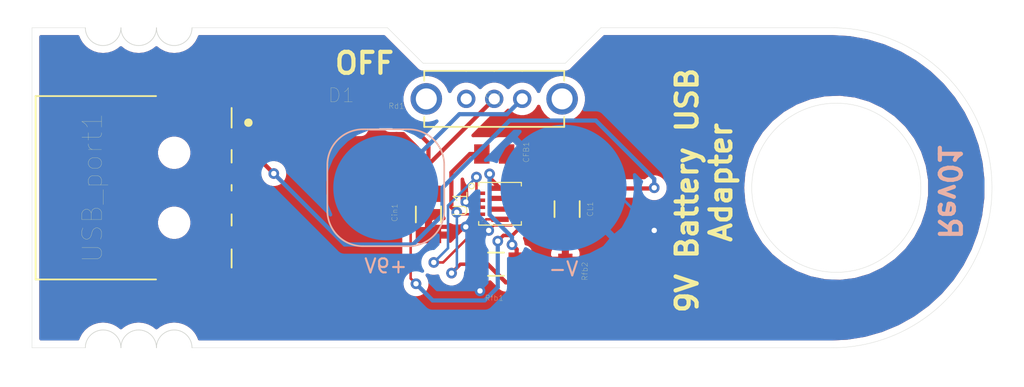
<source format=kicad_pcb>
(kicad_pcb (version 20171130) (host pcbnew 5.1.5+dfsg1-2build2)

  (general
    (thickness 1.6)
    (drawings 23)
    (tracks 127)
    (zones 0)
    (modules 12)
    (nets 12)
  )

  (page A4)
  (title_block
    (title "9 volt battery USB adapter")
    (rev V01)
    (comment 3 Licence:)
    (comment 4 "Author: Lalmi Ahmed")
  )

  (layers
    (0 F.Cu signal)
    (31 B.Cu signal hide)
    (32 B.Adhes user)
    (33 F.Adhes user)
    (34 B.Paste user)
    (35 F.Paste user)
    (36 B.SilkS user)
    (37 F.SilkS user)
    (38 B.Mask user)
    (39 F.Mask user)
    (40 Dwgs.User user)
    (41 Cmts.User user)
    (42 Eco1.User user)
    (43 Eco2.User user)
    (44 Edge.Cuts user)
    (45 Margin user)
    (46 B.CrtYd user)
    (47 F.CrtYd user)
    (48 B.Fab user)
    (49 F.Fab user)
  )

  (setup
    (last_trace_width 0.1524)
    (user_trace_width 0.18)
    (user_trace_width 0.25)
    (user_trace_width 0.3)
    (trace_clearance 0.1524)
    (zone_clearance 0.508)
    (zone_45_only no)
    (trace_min 0.1524)
    (via_size 0.762)
    (via_drill 0.38)
    (via_min_size 0.508)
    (via_min_drill 0.01)
    (uvia_size 0.685)
    (uvia_drill 0.33)
    (uvias_allowed no)
    (uvia_min_size 0)
    (uvia_min_drill 0)
    (edge_width 0.05)
    (segment_width 0.2)
    (pcb_text_width 0.3)
    (pcb_text_size 1.5 1.5)
    (mod_edge_width 0.12)
    (mod_text_size 1 1)
    (mod_text_width 0.15)
    (pad_size 7.5 7.5)
    (pad_drill 0)
    (pad_to_mask_clearance 0.0508)
    (solder_mask_min_width 0.101)
    (aux_axis_origin 0 0)
    (visible_elements FFFFFF7F)
    (pcbplotparams
      (layerselection 0x010fc_ffffffff)
      (usegerberextensions false)
      (usegerberattributes false)
      (usegerberadvancedattributes false)
      (creategerberjobfile false)
      (excludeedgelayer true)
      (linewidth 0.100000)
      (plotframeref false)
      (viasonmask false)
      (mode 1)
      (useauxorigin false)
      (hpglpennumber 1)
      (hpglpenspeed 20)
      (hpglpendiameter 15.000000)
      (psnegative false)
      (psa4output false)
      (plotreference true)
      (plotvalue false)
      (plotinvisibletext false)
      (padsonsilk false)
      (subtractmaskfromsilk false)
      (outputformat 1)
      (mirror false)
      (drillshape 0)
      (scaleselection 1)
      (outputdirectory "../Gerbers/"))
  )

  (net 0 "")
  (net 1 "Net-(CFB1-Pad1)")
  (net 2 "Net-(CFB1-Pad2)")
  (net 3 GND)
  (net 4 "Net-(Cin1-Pad2)")
  (net 5 "Net-(D1-Pad2)")
  (net 6 +9V)
  (net 7 "Net-(U1-Pad7)")
  (net 8 "Net-(U1-Pad1)")
  (net 9 "Net-(USB_port1-Pad2)")
  (net 10 "Net-(USB_port1-Pad3)")
  (net 11 "Net-(S1-Pad3)")

  (net_class Default "This is the default net class."
    (clearance 0.1524)
    (trace_width 0.1524)
    (via_dia 0.762)
    (via_drill 0.38)
    (uvia_dia 0.685)
    (uvia_drill 0.33)
    (add_net +9V)
    (add_net GND)
    (add_net "Net-(CFB1-Pad1)")
    (add_net "Net-(CFB1-Pad2)")
    (add_net "Net-(Cin1-Pad2)")
    (add_net "Net-(D1-Pad2)")
    (add_net "Net-(S1-Pad3)")
    (add_net "Net-(U1-Pad1)")
    (add_net "Net-(U1-Pad7)")
    (add_net "Net-(USB_port1-Pad2)")
    (add_net "Net-(USB_port1-Pad3)")
  )

  (module VJ0805A180JXQPW1BC:CAPC2012X70N (layer F.Cu) (tedit 6049F735) (tstamp 60488D8F)
    (at 147.32 66.167)
    (path /604A3113)
    (fp_text reference CFB1 (at 2.286 -0.127 90) (layer F.SilkS)
      (effects (font (size 0.393701 0.393701) (thickness 0.015)))
    )
    (fp_text value 18uF (at 0 0) (layer F.Fab)
      (effects (font (size 0.393701 0.393701) (thickness 0.015)))
    )
    (fp_line (start 1.685 0.94) (end 1.685 -0.94) (layer F.CrtYd) (width 0.05))
    (fp_line (start -1.685 0.94) (end -1.685 -0.94) (layer F.CrtYd) (width 0.05))
    (fp_line (start -1.685 -0.94) (end 1.685 -0.94) (layer F.CrtYd) (width 0.05))
    (fp_line (start -1.685 0.94) (end 1.685 0.94) (layer F.CrtYd) (width 0.05))
    (fp_line (start -1.07 0.68) (end -1.07 -0.68) (layer F.Fab) (width 0.127))
    (fp_line (start 1.07 0.68) (end 1.07 -0.68) (layer F.Fab) (width 0.127))
    (fp_line (start 1.07 -0.68) (end -1.07 -0.68) (layer F.Fab) (width 0.127))
    (fp_line (start 1.07 0.68) (end -1.07 0.68) (layer F.Fab) (width 0.127))
    (pad 2 smd rect (at 0.885 0) (size 1.1 1.38) (layers F.Cu F.Paste F.Mask)
      (net 2 "Net-(CFB1-Pad2)"))
    (pad 1 smd rect (at -0.885 0) (size 1.1 1.38) (layers F.Cu F.Paste F.Mask)
      (net 1 "Net-(CFB1-Pad1)"))
    (model "${KIPRJMOD}/Libraries/3D models/12065D475KAT2A.STEP"
      (offset (xyz 0 -0.65 0.5))
      (scale (xyz 0.6 0.7 0.7))
      (rotate (xyz 0 0 0))
    )
  )

  (module 12065D475KAT2A:CAPC3216X178N (layer F.Cu) (tedit 6049F6CC) (tstamp 60489966)
    (at 142.621 70.485 90)
    (path /60460CAF)
    (fp_text reference Cin1 (at 0.127 -2.413 90) (layer F.SilkS)
      (effects (font (size 0.393701 0.393701) (thickness 0.015)))
    )
    (fp_text value 4.7uF (at 0 0 90) (layer F.Fab)
      (effects (font (size 0.393701 0.393701) (thickness 0.015)))
    )
    (fp_line (start 2.308 1.158) (end 2.308 -1.158) (layer F.CrtYd) (width 0.05))
    (fp_line (start -2.308 1.158) (end -2.308 -1.158) (layer F.CrtYd) (width 0.05))
    (fp_line (start -2.308 -1.158) (end 2.308 -1.158) (layer F.CrtYd) (width 0.05))
    (fp_line (start -2.308 1.158) (end 2.308 1.158) (layer F.CrtYd) (width 0.05))
    (fp_line (start -0.57 0.9) (end 0.57 0.9) (layer F.SilkS) (width 0.127))
    (fp_line (start -0.57 -0.9) (end 0.57 -0.9) (layer F.SilkS) (width 0.127))
    (fp_line (start -1.7 0.9) (end -1.7 -0.9) (layer F.Fab) (width 0.127))
    (fp_line (start 1.7 0.9) (end 1.7 -0.9) (layer F.Fab) (width 0.127))
    (fp_line (start 1.7 -0.9) (end -1.7 -0.9) (layer F.Fab) (width 0.127))
    (fp_line (start 1.7 0.9) (end -1.7 0.9) (layer F.Fab) (width 0.127))
    (pad 2 smd rect (at 1.475 0 90) (size 1.16 1.82) (layers F.Cu F.Paste F.Mask)
      (net 4 "Net-(Cin1-Pad2)"))
    (pad 1 smd rect (at -1.475 0 90) (size 1.16 1.82) (layers F.Cu F.Paste F.Mask)
      (net 3 GND))
    (model "${KIPRJMOD}/Libraries/3D models/12065D475KAT2A.STEP"
      (offset (xyz 0 -1 0.5))
      (scale (xyz 1 1 1))
      (rotate (xyz 0 0 0))
    )
  )

  (module 12063D226KAT2A:CAPC3216X229N (layer F.Cu) (tedit 6049F6EA) (tstamp 60489A6F)
    (at 152.527 70.104 270)
    (path /604AF96F)
    (fp_text reference CL1 (at 0 -1.651 90) (layer F.SilkS)
      (effects (font (size 0.393701 0.393701) (thickness 0.015)))
    )
    (fp_text value 22uF (at 0.127 0 90) (layer F.Fab)
      (effects (font (size 0.393701 0.393701) (thickness 0.015)))
    )
    (fp_line (start 2.308 1.158) (end 2.308 -1.158) (layer F.CrtYd) (width 0.05))
    (fp_line (start -2.308 1.158) (end -2.308 -1.158) (layer F.CrtYd) (width 0.05))
    (fp_line (start -2.308 -1.158) (end 2.308 -1.158) (layer F.CrtYd) (width 0.05))
    (fp_line (start -2.308 1.158) (end 2.308 1.158) (layer F.CrtYd) (width 0.05))
    (fp_line (start -0.57 0.9) (end 0.57 0.9) (layer F.SilkS) (width 0.127))
    (fp_line (start -0.57 -0.9) (end 0.57 -0.9) (layer F.SilkS) (width 0.127))
    (fp_line (start -1.7 0.9) (end -1.7 -0.9) (layer F.Fab) (width 0.127))
    (fp_line (start 1.7 0.9) (end 1.7 -0.9) (layer F.Fab) (width 0.127))
    (fp_line (start 1.7 -0.9) (end -1.7 -0.9) (layer F.Fab) (width 0.127))
    (fp_line (start 1.7 0.9) (end -1.7 0.9) (layer F.Fab) (width 0.127))
    (pad 2 smd rect (at 1.475 0 270) (size 1.16 1.82) (layers F.Cu F.Paste F.Mask)
      (net 3 GND))
    (pad 1 smd rect (at -1.475 0 270) (size 1.16 1.82) (layers F.Cu F.Paste F.Mask)
      (net 2 "Net-(CFB1-Pad2)"))
    (model "${KIPRJMOD}/Libraries/3D models/12063D226KAT2A.STEP"
      (offset (xyz 0 -1 0.5))
      (scale (xyz 1 0.85 1))
      (rotate (xyz 0 0 0))
    )
  )

  (module HSMA-C120:0603 (layer F.Cu) (tedit 6049F787) (tstamp 60489D43)
    (at 136.398 63.881)
    (path /604D41C9)
    (fp_text reference D1 (at 0 -1.905) (layer F.SilkS)
      (effects (font (size 1.002071 1.002071) (thickness 0.015)))
    )
    (fp_text value HSMA-C120 (at -1.143 1.27) (layer F.Fab)
      (effects (font (size 1.002118 1.002118) (thickness 0.015)))
    )
    (fp_poly (pts (xy 0.330904 -0.4801) (xy 0.8303 -0.4801) (xy 0.8303 0.470902) (xy 0.330904 0.470902)) (layer F.Fab) (width 0.01))
    (fp_poly (pts (xy -0.840062 -0.4801) (xy -0.3381 -0.4801) (xy -0.3381 0.470943) (xy -0.840062 0.470943)) (layer F.Fab) (width 0.01))
    (fp_line (start -0.356 0.419) (end 0.356 0.419) (layer F.Fab) (width 0.1016))
    (fp_line (start -0.356 -0.432) (end 0.356 -0.432) (layer F.Fab) (width 0.1016))
    (pad 2 smd rect (at 0.85 0) (size 1.1 1) (layers F.Cu F.Paste F.Mask)
      (net 5 "Net-(D1-Pad2)"))
    (pad 1 smd rect (at -0.85 0) (size 1.1 1) (layers F.Cu F.Paste F.Mask)
      (net 3 GND))
    (model "${KIPRJMOD}/Libraries/3D models/LED.STEP"
      (at (xyz 0 0 0))
      (scale (xyz 1 1 1))
      (rotate (xyz 0 0 90))
    )
  )

  (module ERJ-1GEF1001C:RESC0603X26N (layer F.Cu) (tedit 6049F7B1) (tstamp 6048990F)
    (at 140.335 63.881 180)
    (path /604FFF44)
    (fp_text reference Rd1 (at 0 1.143) (layer F.SilkS)
      (effects (font (size 0.393701 0.393701) (thickness 0.015)))
    )
    (fp_text value 1K (at 0 0) (layer F.Fab)
      (effects (font (size 0.393701 0.393701) (thickness 0.015)))
    )
    (fp_line (start 0.718 0.448) (end 0.718 -0.448) (layer F.CrtYd) (width 0.05))
    (fp_line (start -0.718 0.448) (end -0.718 -0.448) (layer F.CrtYd) (width 0.05))
    (fp_line (start -0.718 -0.448) (end 0.718 -0.448) (layer F.CrtYd) (width 0.05))
    (fp_line (start -0.718 0.448) (end 0.718 0.448) (layer F.CrtYd) (width 0.05))
    (fp_line (start -0.32 0.16) (end -0.32 -0.16) (layer F.Fab) (width 0.127))
    (fp_line (start 0.32 0.16) (end 0.32 -0.16) (layer F.Fab) (width 0.127))
    (fp_line (start 0.32 -0.16) (end -0.32 -0.16) (layer F.Fab) (width 0.127))
    (fp_line (start 0.32 0.16) (end -0.32 0.16) (layer F.Fab) (width 0.127))
    (pad 2 smd rect (at 0.281 0 180) (size 0.38 0.4) (layers F.Cu F.Paste F.Mask)
      (net 5 "Net-(D1-Pad2)"))
    (pad 1 smd rect (at -0.281 0 180) (size 0.38 0.4) (layers F.Cu F.Paste F.Mask)
      (net 4 "Net-(Cin1-Pad2)"))
    (model "${KIPRJMOD}/Libraries/3D models/ERJ-1GEF1001C.STEP"
      (at (xyz 0 0 0))
      (scale (xyz 1 1 1))
      (rotate (xyz -90 0 0))
    )
  )

  (module ERA-8AEB684V:RESC3216X70N (layer F.Cu) (tedit 6049F7D1) (tstamp 60488DD7)
    (at 147.447 74.041 180)
    (path /604F00F1)
    (fp_text reference Rfb1 (at 0.127 -2.413) (layer F.SilkS)
      (effects (font (size 0.393701 0.393701) (thickness 0.015)))
    )
    (fp_text value 680K (at 0 0) (layer F.Fab)
      (effects (font (size 0.393701 0.393701) (thickness 0.015)))
    )
    (fp_line (start 2.308 1.09) (end 2.308 -1.09) (layer F.CrtYd) (width 0.05))
    (fp_line (start -2.308 1.09) (end -2.308 -1.09) (layer F.CrtYd) (width 0.05))
    (fp_line (start -2.308 -1.09) (end 2.308 -1.09) (layer F.CrtYd) (width 0.05))
    (fp_line (start -2.308 1.09) (end 2.308 1.09) (layer F.CrtYd) (width 0.05))
    (fp_line (start -0.57 0.83) (end 0.57 0.83) (layer F.SilkS) (width 0.127))
    (fp_line (start -0.57 -0.83) (end 0.57 -0.83) (layer F.SilkS) (width 0.127))
    (fp_line (start -1.7 0.83) (end -1.7 -0.83) (layer F.Fab) (width 0.127))
    (fp_line (start 1.7 0.83) (end 1.7 -0.83) (layer F.Fab) (width 0.127))
    (fp_line (start 1.7 -0.83) (end -1.7 -0.83) (layer F.Fab) (width 0.127))
    (fp_line (start 1.7 0.83) (end -1.7 0.83) (layer F.Fab) (width 0.127))
    (pad 2 smd rect (at 1.475 0 180) (size 1.16 1.68) (layers F.Cu F.Paste F.Mask)
      (net 1 "Net-(CFB1-Pad1)"))
    (pad 1 smd rect (at -1.475 0 180) (size 1.16 1.68) (layers F.Cu F.Paste F.Mask)
      (net 2 "Net-(CFB1-Pad2)"))
    (model "${KIPRJMOD}/Libraries/3D models/ERA-8AEB684V.STEP"
      (at (xyz 0 0 0))
      (scale (xyz 1 1 1))
      (rotate (xyz -90 0 0))
    )
  )

  (module ERA-3AEB124V:RESC1608X55N (layer F.Cu) (tedit 6049F7C6) (tstamp 60488DE5)
    (at 152.4 74.549 90)
    (path /604F811A)
    (fp_text reference Rfb2 (at 0 1.397 90) (layer F.SilkS)
      (effects (font (size 0.393701 0.393701) (thickness 0.015)))
    )
    (fp_text value 120K (at 0 0 90) (layer F.Fab)
      (effects (font (size 0.393701 0.393701) (thickness 0.015)))
    )
    (fp_line (start 1.508 0.758) (end 1.508 -0.758) (layer F.CrtYd) (width 0.05))
    (fp_line (start -1.508 0.758) (end -1.508 -0.758) (layer F.CrtYd) (width 0.05))
    (fp_line (start -1.508 -0.758) (end 1.508 -0.758) (layer F.CrtYd) (width 0.05))
    (fp_line (start -1.508 0.758) (end 1.508 0.758) (layer F.CrtYd) (width 0.05))
    (fp_line (start -0.9 0.5) (end -0.9 -0.5) (layer F.Fab) (width 0.127))
    (fp_line (start 0.9 0.5) (end 0.9 -0.5) (layer F.Fab) (width 0.127))
    (fp_line (start 0.9 -0.5) (end -0.9 -0.5) (layer F.Fab) (width 0.127))
    (fp_line (start 0.9 0.5) (end -0.9 0.5) (layer F.Fab) (width 0.127))
    (pad 2 smd rect (at 0.79 0 90) (size 0.94 1.02) (layers F.Cu F.Paste F.Mask)
      (net 3 GND))
    (pad 1 smd rect (at -0.79 0 90) (size 0.94 1.02) (layers F.Cu F.Paste F.Mask)
      (net 1 "Net-(CFB1-Pad1)"))
    (model "${KIPRJMOD}/Libraries/3D models/ERA-3AEB124V.STEP"
      (at (xyz 0 0 0))
      (scale (xyz 1 1 1))
      (rotate (xyz -90 0 0))
    )
  )

  (module EG1213:SW_EG1213 (layer F.Cu) (tedit 604BF1C9) (tstamp 60496259)
    (at 147.32 62.23 180)
    (path /604BBDE8)
    (fp_text reference S1 (at 0 0) (layer F.SilkS)
      (effects (font (size 0.787402 0.787402) (thickness 0.015)))
    )
    (fp_text value EG1213 (at 0.254 1.143) (layer F.Fab)
      (effects (font (size 0.787402 0.787402) (thickness 0.015)))
    )
    (fp_line (start 0 6.7) (end 2 6.7) (layer F.Fab) (width 0.127))
    (fp_line (start 1.2 -1.5) (end 1.2 -2) (layer F.Fab) (width 0.127))
    (fp_line (start -1.1 -1.5) (end 1.2 -1.5) (layer F.Fab) (width 0.127))
    (fp_line (start -1.1 -2) (end -1.1 -1.5) (layer F.Fab) (width 0.127))
    (fp_line (start 5 1.7) (end 4.7 1.7) (layer F.Fab) (width 0.127))
    (fp_line (start 4.7 -1.7) (end 5 -1.7) (layer F.Fab) (width 0.127))
    (fp_line (start 4.7 -2) (end 4.7 -1.7) (layer F.Fab) (width 0.127))
    (fp_line (start 4.7 1.7) (end 4.7 2) (layer F.Fab) (width 0.127))
    (fp_line (start -4.7 1.7) (end -4.7 2) (layer F.Fab) (width 0.127))
    (fp_line (start -5 1.7) (end -4.7 1.7) (layer F.Fab) (width 0.127))
    (fp_line (start -4.7 -1.7) (end -5 -1.7) (layer F.Fab) (width 0.127))
    (fp_line (start -4.7 -2) (end -4.7 -1.7) (layer F.Fab) (width 0.127))
    (fp_line (start 0 6.7) (end 0 2) (layer F.Fab) (width 0.127))
    (fp_line (start 0 7) (end 0 6.7) (layer F.Fab) (width 0.127))
    (fp_line (start 2 7) (end 0 7) (layer F.Fab) (width 0.127))
    (fp_line (start 2 6.7) (end 2 7) (layer F.Fab) (width 0.127))
    (fp_line (start 2 1.7) (end 2 6.7) (layer F.Fab) (width 0.127))
    (fp_line (start 2 1.7) (end -2 1.7) (layer F.Fab) (width 0.127))
    (fp_line (start -2 1.7) (end -2 2) (layer F.Fab) (width 0.127))
    (fp_line (start 5 1.3) (end 5 2) (layer F.SilkS) (width 0.127))
    (fp_line (start 5 -2) (end 5 -1.3) (layer F.SilkS) (width 0.127))
    (fp_line (start -5 1.3) (end -5 2) (layer F.SilkS) (width 0.127))
    (fp_line (start -5 -2) (end -5 -1.3) (layer F.SilkS) (width 0.127))
    (fp_line (start -2 2) (end -5 2) (layer F.SilkS) (width 0.127))
    (fp_line (start 0 2) (end -2 2) (layer F.SilkS) (width 0.127))
    (fp_line (start 2 2) (end 0 2) (layer F.SilkS) (width 0.127))
    (fp_line (start 5 2) (end 2 2) (layer F.SilkS) (width 0.127))
    (fp_line (start -5 -2) (end 5 -2) (layer F.SilkS) (width 0.127))
    (pad P$5 thru_hole circle (at 4.85 0 180) (size 2.25 2.25) (drill 1.5) (layers *.Cu *.Mask))
    (pad P$4 thru_hole circle (at -4.85 0 180) (size 2.25 2.25) (drill 1.5) (layers *.Cu *.Mask))
    (pad 3 thru_hole circle (at 2 0 180) (size 1.308 1.308) (drill 0.8) (layers *.Cu *.Mask)
      (net 11 "Net-(S1-Pad3)"))
    (pad 1 thru_hole circle (at -2 0 180) (size 1.308 1.308) (drill 0.8) (layers *.Cu *.Mask)
      (net 6 +9V))
    (pad 2 thru_hole circle (at 0 0 180) (size 1.308 1.308) (drill 0.8) (layers *.Cu *.Mask)
      (net 4 "Net-(Cin1-Pad2)"))
    (model "${KIPRJMOD}/Libraries/3D models/EG1213.STEP"
      (offset (xyz 0 0 1))
      (scale (xyz 1 1 1))
      (rotate (xyz -90 0 90))
    )
  )

  (module MYRGC_v01:MYRGC_v01 (layer F.Cu) (tedit 6049F8D9) (tstamp 60488E2E)
    (at 147.734 69.723 90)
    (path /6045D19B)
    (fp_text reference U1 (at 0 -2.827 90) (layer F.SilkS)
      (effects (font (size 1 1) (thickness 0.08)))
    )
    (fp_text value MYRGC (at 0 2.761 270) (layer F.Fab)
      (effects (font (size 1 1) (thickness 0.08)))
    )
    (fp_line (start 1.524 -1.524) (end 1.27 -1.524) (layer F.SilkS) (width 0.08))
    (fp_line (start 1.524 1.524) (end 1.27 1.524) (layer F.SilkS) (width 0.08))
    (fp_line (start -1.524 1.524) (end -1.27 1.524) (layer F.SilkS) (width 0.08))
    (fp_line (start -1.524 -1.524) (end -1.27 -1.524) (layer F.SilkS) (width 0.08))
    (fp_circle (center 1.27 -2.032) (end 1.07 -2.032) (layer F.SilkS) (width 0.08))
    (fp_line (start 1.524 -1.524) (end 1.524 1.524) (layer F.SilkS) (width 0.08))
    (fp_line (start -1.524 -1.524) (end -1.524 1.524) (layer F.SilkS) (width 0.08))
    (fp_line (start 0.67 -0.5) (end 0.37 -0.8) (layer F.Fab) (width 0.02))
    (fp_line (start -0.67 -0.8) (end 0.37 -0.8) (layer F.Fab) (width 0.02))
    (fp_line (start 0.67 0.8) (end -0.67 0.8) (layer F.Fab) (width 0.02))
    (fp_line (start -0.67 0.8) (end -0.67 -0.8) (layer F.Fab) (width 0.02))
    (fp_line (start 0.67 0.8) (end 0.67 -0.5) (layer F.Fab) (width 0.02))
    (fp_line (start 1.25 -1) (end -1.25 -1) (layer F.Fab) (width 0.004))
    (fp_line (start 1.25 1) (end -1.25 1) (layer F.Fab) (width 0.004))
    (fp_line (start -1.25 1) (end -1.25 -1) (layer F.Fab) (width 0.004))
    (fp_line (start 1.25 1) (end 1.25 -1) (layer F.Fab) (width 0.004))
    (fp_line (start 1.5 -1.5) (end -1.5 -1.5) (layer F.Fab) (width 0.04))
    (fp_line (start 1.5 1.5) (end -1.5 1.5) (layer F.Fab) (width 0.04))
    (fp_line (start -1.5 1.5) (end -1.5 -1.5) (layer F.Fab) (width 0.04))
    (fp_line (start 1.5 1.5) (end 1.5 -1.5) (layer F.Fab) (width 0.04))
    (pad "" smd rect (at 0.385 0 90) (size 0.37 1.4) (drill (offset 0 -0.05)) (layers F.Cu F.Paste F.Mask))
    (pad "" smd rect (at -0.385 0 90) (size 0.37 1.4) (drill (offset 0 -0.05)) (layers F.Cu F.Paste F.Mask))
    (pad 10 smd rect (at 1.11 0 90) (size 0.38 1.25) (layers F.Cu F.Paste F.Mask)
      (net 2 "Net-(CFB1-Pad2)"))
    (pad 9 smd rect (at -1.11 0 90) (size 0.38 1.25) (layers F.Cu F.Paste F.Mask)
      (net 8 "Net-(U1-Pad1)"))
    (pad 3 smd rect (at -0.25 -1.465 90) (size 0.25 0.7) (drill (offset 0 0.05)) (layers F.Cu F.Paste F.Mask)
      (net 3 GND))
    (pad 1 smd rect (at 0.75 -1.465 90) (size 0.25 0.7) (drill (offset 0 0.05)) (layers F.Cu F.Paste F.Mask)
      (net 8 "Net-(U1-Pad1)"))
    (pad 2 smd rect (at 0.25 -1.465 90) (size 0.25 0.7) (drill (offset 0 0.05)) (layers F.Cu F.Paste F.Mask)
      (net 3 GND))
    (pad 4 smd rect (at -0.75 -1.465 90) (size 0.25 0.7) (drill (offset 0 0.05)) (layers F.Cu F.Paste F.Mask)
      (net 1 "Net-(CFB1-Pad1)"))
    (pad 5 smd rect (at -0.75 1.465 90) (size 0.25 0.7) (drill (offset 0 -0.05)) (layers F.Cu F.Paste F.Mask)
      (net 3 GND))
    (pad 6 smd rect (at -0.25 1.465 90) (size 0.25 0.7) (drill (offset 0 -0.05)) (layers F.Cu F.Paste F.Mask)
      (net 4 "Net-(Cin1-Pad2)"))
    (pad 7 smd rect (at 0.25 1.465 90) (size 0.25 0.7) (drill (offset 0 -0.05)) (layers F.Cu F.Paste F.Mask)
      (net 7 "Net-(U1-Pad7)"))
    (pad 8 smd rect (at 0.75 1.465 90) (size 0.25 0.7) (drill (offset 0 -0.05)) (layers F.Cu F.Paste F.Mask)
      (net 4 "Net-(Cin1-Pad2)"))
    (model ${KIPRJMOD}/PicoBK_MYRGC.STEP
      (at (xyz 0 0 0))
      (scale (xyz 1 1 1))
      (rotate (xyz -90 0 180))
    )
  )

  (module UJ2-AH-1-SMT:CUI_UJ2-AH-1-SMT (layer F.Cu) (tedit 604BF193) (tstamp 604CD675)
    (at 124.46 68.58 270)
    (path /6046814C)
    (fp_text reference USB_port1 (at 0 5.842 90) (layer F.SilkS)
      (effects (font (size 1.400488 1.400488) (thickness 0.015)))
    )
    (fp_text value UJ2-AH-1-SMT (at 0.254 3.175 90) (layer F.Fab)
      (effects (font (size 1.402795 1.402795) (thickness 0.015)))
    )
    (fp_line (start 6.55 9.9) (end 6.55 1.3) (layer F.SilkS) (width 0.127))
    (fp_line (start -6.55 9.9) (end 6.55 9.9) (layer F.SilkS) (width 0.127))
    (fp_line (start -6.55 1.3) (end -6.55 9.9) (layer F.SilkS) (width 0.127))
    (fp_line (start 4.4 -4.1) (end 5.7 -4.1) (layer F.SilkS) (width 0.127))
    (fp_line (start 1.9 -4.1) (end 2.7 -4.1) (layer F.SilkS) (width 0.127))
    (fp_line (start -0.2 -4.1) (end 0.2 -4.1) (layer F.SilkS) (width 0.127))
    (fp_line (start -2.7 -4.1) (end -1.8 -4.1) (layer F.SilkS) (width 0.127))
    (fp_line (start -4.3 -4.1) (end -5.7 -4.1) (layer F.SilkS) (width 0.127))
    (fp_circle (center -4.65 -5.3) (end -4.5 -5.3) (layer F.SilkS) (width 0.3))
    (fp_line (start -8.75 10.15) (end -8.75 -5.58) (layer F.CrtYd) (width 0.05))
    (fp_line (start 8.75 10.15) (end -8.75 10.15) (layer F.CrtYd) (width 0.05))
    (fp_line (start 8.75 -5.58) (end 8.75 10.15) (layer F.CrtYd) (width 0.05))
    (fp_line (start -8.75 -5.58) (end 8.75 -5.58) (layer F.CrtYd) (width 0.05))
    (fp_line (start -6.55 9.9) (end -6.55 -4.1) (layer F.Fab) (width 0.127))
    (fp_line (start 6.55 9.9) (end -6.55 9.9) (layer F.Fab) (width 0.127))
    (fp_line (start 6.55 -4.1) (end 6.55 9.9) (layer F.Fab) (width 0.127))
    (fp_line (start -6.55 -4.1) (end 6.55 -4.1) (layer F.Fab) (width 0.127))
    (pad None np_thru_hole circle (at 2.5 0 270) (size 1.3 1.3) (drill 1.3) (layers *.Cu *.Mask))
    (pad None np_thru_hole circle (at -2.5 0 270) (size 1.3 1.3) (drill 1.3) (layers *.Cu *.Mask))
    (pad S2 smd rect (at 7.25 -1.6 270) (size 2.5 5.15) (layers F.Cu F.Paste F.Mask))
    (pad S1 smd rect (at -7.25 -1.6 270) (size 2.5 5.15) (layers F.Cu F.Paste F.Mask))
    (pad 4 smd rect (at 3.5 -4.08 270) (size 0.9 2.5) (layers F.Cu F.Paste F.Mask)
      (net 3 GND))
    (pad 3 smd rect (at 1 -4.08 270) (size 0.9 2.5) (layers F.Cu F.Paste F.Mask)
      (net 10 "Net-(USB_port1-Pad3)"))
    (pad 2 smd rect (at -1 -4.08 270) (size 0.9 2.5) (layers F.Cu F.Paste F.Mask)
      (net 9 "Net-(USB_port1-Pad2)"))
    (pad 1 smd rect (at -3.5 -4.08 270) (size 0.9 2.5) (layers F.Cu F.Paste F.Mask)
      (net 2 "Net-(CFB1-Pad2)"))
    (model "${KIPRJMOD}/Libraries/3D models/CUI_DEVICES_UJ2-AH-1-SMT.STEP"
      (offset (xyz 0 4.5 0))
      (scale (xyz 1 1 1))
      (rotate (xyz -90 0 0))
    )
  )

  (module Battery_contact:BatteryContact_Keystone_261 (layer B.Cu) (tedit 604811DF) (tstamp 60488E7E)
    (at 152.273 68.58)
    (descr "9 Volt battery socket (plug), vertical, https://www.keyelco.com/product-pdf.cfm?p=1073")
    (tags "PP3 battery socket vertical")
    (path /604C8915)
    (attr smd)
    (fp_text reference V- (at 0 5.8) (layer B.SilkS)
      (effects (font (size 1 1) (thickness 0.15)) (justify mirror))
    )
    (fp_text value Negative (at 0 -5.9) (layer B.Fab)
      (effects (font (size 1 1) (thickness 0.15)) (justify mirror))
    )
    (fp_line (start -5 -5) (end -5 5) (layer B.CrtYd) (width 0.05))
    (fp_line (start 5 -5) (end -5 -5) (layer B.CrtYd) (width 0.05))
    (fp_line (start 5 5) (end 5 -5) (layer B.CrtYd) (width 0.05))
    (fp_line (start -5 5) (end 5 5) (layer B.CrtYd) (width 0.05))
    (fp_circle (center 0 0) (end 2.445 0) (layer B.Fab) (width 0.1))
    (fp_text user %R (at 0 0) (layer B.Fab)
      (effects (font (size 1 1) (thickness 0.15)) (justify mirror))
    )
    (fp_circle (center 0 0) (end 3.96 0) (layer B.Fab) (width 0.1))
    (pad 1 smd circle (at 0 0) (size 9 9) (layers B.Cu B.Paste B.Mask)
      (net 3 GND))
    (model ${KISYS3DMOD}/Battery.3dshapes/BatteryContact_Keystone_261.wrl
      (at (xyz 0 0 0))
      (scale (xyz 1 1 1))
      (rotate (xyz 0 0 0))
    )
  )

  (module Battery_contact:BatteryContact_Keystone_269 (layer B.Cu) (tedit 604900E5) (tstamp 60495575)
    (at 139.573 68.58)
    (descr "9 Volt battery socket (receptacle), vertical, https://www.keyelco.com/product-pdf.cfm?p=1077")
    (tags "PP3 battery socket vertical")
    (path /604C8EAD)
    (attr smd)
    (fp_text reference +9V (at 0 5.588) (layer B.SilkS)
      (effects (font (size 1 1) (thickness 0.15)) (justify mirror))
    )
    (fp_text value Positive (at 0 -5.4) (layer B.Fab)
      (effects (font (size 1 1) (thickness 0.15)) (justify mirror))
    )
    (fp_line (start 4.175 1.625) (end 4.175 -1.625) (layer B.SilkS) (width 0.12))
    (fp_line (start -4.175 1.625) (end -4.175 -1.625) (layer B.SilkS) (width 0.12))
    (fp_line (start -1.625 4.175) (end 1.625 4.175) (layer B.SilkS) (width 0.12))
    (fp_line (start -1.625 -4.175) (end 1.625 -4.175) (layer B.SilkS) (width 0.12))
    (fp_arc (start 1.625 1.625) (end 1.625 4.175) (angle -90) (layer B.SilkS) (width 0.12))
    (fp_arc (start 1.625 -1.625) (end 4.175 -1.625) (angle -90) (layer B.SilkS) (width 0.12))
    (fp_arc (start -1.625 -1.625) (end -1.625 -4.175) (angle -90) (layer B.SilkS) (width 0.12))
    (fp_arc (start -1.625 1.625) (end -4.175 1.625) (angle -90) (layer B.SilkS) (width 0.12))
    (fp_line (start 4.065 1.625) (end 4.065 -1.625) (layer B.Fab) (width 0.1))
    (fp_line (start -4.065 1.625) (end -4.065 -1.625) (layer B.Fab) (width 0.1))
    (fp_line (start -1.625 4.065) (end 1.625 4.065) (layer B.Fab) (width 0.1))
    (fp_line (start -1.625 -4.065) (end 1.625 -4.065) (layer B.Fab) (width 0.1))
    (fp_arc (start 1.625 1.625) (end 1.625 4.065) (angle -90) (layer B.Fab) (width 0.1))
    (fp_arc (start 1.625 -1.625) (end 4.065 -1.625) (angle -90) (layer B.Fab) (width 0.1))
    (fp_arc (start -1.625 -1.625) (end -1.625 -4.065) (angle -90) (layer B.Fab) (width 0.1))
    (fp_arc (start -1.625 1.625) (end -4.065 1.625) (angle -90) (layer B.Fab) (width 0.1))
    (fp_line (start -1.625 2.665) (end 1.625 2.665) (layer B.Fab) (width 0.1))
    (fp_line (start -1.625 -2.665) (end 1.625 -2.665) (layer B.Fab) (width 0.1))
    (fp_line (start -2.665 1.625) (end -2.665 -1.625) (layer B.Fab) (width 0.1))
    (fp_line (start 2.665 1.625) (end 2.665 -1.625) (layer B.Fab) (width 0.1))
    (fp_line (start 1.625 2.665) (end 1.625 4.065) (layer B.Fab) (width 0.1))
    (fp_line (start -1.625 2.665) (end -1.625 4.065) (layer B.Fab) (width 0.1))
    (fp_line (start -2.665 1.625) (end -4.065 1.625) (layer B.Fab) (width 0.1))
    (fp_line (start -2.665 -1.625) (end -4.065 -1.625) (layer B.Fab) (width 0.1))
    (fp_line (start -1.625 -2.665) (end -1.625 -4.065) (layer B.Fab) (width 0.1))
    (fp_line (start 1.625 -2.665) (end 1.625 -4.065) (layer B.Fab) (width 0.1))
    (fp_line (start 2.665 -1.625) (end 4.065 -1.625) (layer B.Fab) (width 0.1))
    (fp_line (start 2.665 1.625) (end 4.065 1.625) (layer B.Fab) (width 0.1))
    (fp_text user %R (at 0 -6.985) (layer B.Fab)
      (effects (font (size 1 1) (thickness 0.15)) (justify mirror))
    )
    (fp_line (start -4.57 4.57) (end 4.57 4.57) (layer B.CrtYd) (width 0.05))
    (fp_line (start 4.57 4.57) (end 4.57 -4.57) (layer B.CrtYd) (width 0.05))
    (fp_line (start 4.57 -4.57) (end -4.57 -4.57) (layer B.CrtYd) (width 0.05))
    (fp_line (start -4.57 -4.57) (end -4.57 4.57) (layer B.CrtYd) (width 0.05))
    (pad 1 smd circle (at 0 0) (size 7.5 7.5) (layers B.Cu B.Paste B.Mask)
      (net 6 +9V))
    (model ${KISYS3DMOD}/Battery.3dshapes/BatteryContact_Keystone_269.wrl
      (at (xyz 0 0 0))
      (scale (xyz 1 1 1))
      (rotate (xyz 0 0 0))
    )
  )

  (gr_text hello (at 135.89 77.47) (layer B.Cu)
    (effects (font (size 1.5 1.5) (thickness 0.3)) (justify mirror))
  )
  (gr_text hello (at 172.72 76.2) (layer B.Cu)
    (effects (font (size 1.5 1.5) (thickness 0.3)) (justify mirror))
  )
  (gr_text "500 mA MAX\nNO DATA" (at 162.56 68.834 270) (layer B.Mask)
    (effects (font (size 1.5 1.5) (thickness 0.375)) (justify mirror))
  )
  (gr_text Rev01 (at 179.832 68.834 270) (layer B.SilkS)
    (effects (font (size 1.5 1.5) (thickness 0.3)) (justify mirror))
  )
  (gr_text OFF (at 138.049 59.69) (layer F.SilkS)
    (effects (font (size 1.5 1.5) (thickness 0.3)))
  )
  (gr_text "9V Battery USB \nAdapter" (at 162.306 68.199 90) (layer F.SilkS)
    (effects (font (size 1.5 1.5) (thickness 0.3)))
  )
  (gr_line (start 125.73 57.15) (end 139.7 57.15) (layer Edge.Cuts) (width 0.025) (tstamp 6048CB6A))
  (gr_line (start 118.11 57.15) (end 114.3 57.15) (layer Edge.Cuts) (width 0.025) (tstamp 6048CB5F))
  (gr_line (start 118.11 80.01) (end 114.3 80.01) (layer Edge.Cuts) (width 0.025) (tstamp 6048CB5C))
  (gr_line (start 125.73 80.01) (end 171.45 80.01) (layer Edge.Cuts) (width 0.025) (tstamp 6048CB58))
  (gr_arc (start 119.38 80.01) (end 120.65 80.01) (angle -180) (layer Edge.Cuts) (width 0.05) (tstamp 6048CB2B))
  (gr_arc (start 121.92 80.01) (end 123.19 80.01) (angle -180) (layer Edge.Cuts) (width 0.05) (tstamp 6048CB2A))
  (gr_arc (start 124.46 80.01) (end 125.73 80.01) (angle -180) (layer Edge.Cuts) (width 0.05) (tstamp 6048CB29))
  (gr_arc (start 124.46 57.15) (end 123.19 57.15) (angle -180) (layer Edge.Cuts) (width 0.05) (tstamp 6048CB06))
  (gr_arc (start 121.92 57.15) (end 120.65 57.15) (angle -180) (layer Edge.Cuts) (width 0.05) (tstamp 6048CB04))
  (gr_arc (start 119.38 57.15) (end 118.11 57.15) (angle -180) (layer Edge.Cuts) (width 0.05))
  (gr_line (start 154.94 57.15) (end 171.45 57.15) (layer Edge.Cuts) (width 0.025) (tstamp 6048C9CE))
  (gr_line (start 142.24 59.69) (end 139.7 57.15) (layer Edge.Cuts) (width 0.025))
  (gr_line (start 152.4 59.69) (end 142.24 59.69) (layer Edge.Cuts) (width 0.025))
  (gr_line (start 154.94 57.15) (end 152.4 59.69) (layer Edge.Cuts) (width 0.025))
  (gr_circle (center 171.758154 68.58) (end 177.8 68.58) (layer Edge.Cuts) (width 0.025))
  (gr_arc (start 171.45 68.58) (end 171.45 80.01) (angle -180) (layer Edge.Cuts) (width 0.025))
  (gr_line (start 114.3 80.01) (end 114.3 57.15) (layer Edge.Cuts) (width 0.025) (tstamp 6048C579))

  (segment (start 151.59 75.339) (end 152.4 75.339) (width 0.3) (layer F.Cu) (net 1))
  (segment (start 148.15 75.339) (end 151.59 75.339) (width 0.3) (layer F.Cu) (net 1))
  (segment (start 146.852 74.041) (end 148.15 75.339) (width 0.3) (layer F.Cu) (net 1))
  (segment (start 145.972 74.041) (end 146.852 74.041) (width 0.3) (layer F.Cu) (net 1))
  (via (at 144.272 74.676) (size 0.762) (drill 0.38) (layers F.Cu B.Cu) (net 1))
  (segment (start 144.907 74.041) (end 144.272 74.676) (width 0.25) (layer F.Cu) (net 1))
  (segment (start 145.972 74.041) (end 144.907 74.041) (width 0.25) (layer F.Cu) (net 1))
  (segment (start 144.272 74.676) (end 144.018 74.676) (width 0.25) (layer B.Cu) (net 1))
  (via (at 144.641211 70.334601) (size 0.762) (drill 0.38) (layers F.Cu B.Cu) (net 1))
  (segment (start 144.652999 70.346389) (end 144.641211 70.334601) (width 0.18) (layer B.Cu) (net 1))
  (segment (start 144.652999 74.295001) (end 144.652999 70.346389) (width 0.18) (layer B.Cu) (net 1))
  (segment (start 144.272 74.676) (end 144.652999 74.295001) (width 0.18) (layer B.Cu) (net 1))
  (segment (start 144.77961 70.473) (end 146.269 70.473) (width 0.18) (layer F.Cu) (net 1))
  (segment (start 144.641211 70.334601) (end 144.77961 70.473) (width 0.18) (layer F.Cu) (net 1))
  (segment (start 144.260212 69.953602) (end 144.641211 70.334601) (width 0.3) (layer F.Cu) (net 1))
  (segment (start 144.260212 67.491788) (end 144.260212 69.953602) (width 0.3) (layer F.Cu) (net 1))
  (segment (start 145.585 66.167) (end 144.260212 67.491788) (width 0.3) (layer F.Cu) (net 1))
  (segment (start 146.435 66.167) (end 145.585 66.167) (width 0.3) (layer F.Cu) (net 1))
  (segment (start 148.205 68.142) (end 147.734 68.613) (width 0.25) (layer F.Cu) (net 2))
  (segment (start 148.205 66.167) (end 148.205 68.142) (width 0.25) (layer F.Cu) (net 2))
  (segment (start 148.609 68.613) (end 147.734 68.613) (width 0.25) (layer F.Cu) (net 2))
  (segment (start 150.911 68.173) (end 149.049 68.173) (width 0.25) (layer F.Cu) (net 2))
  (segment (start 151.367 68.629) (end 150.911 68.173) (width 0.25) (layer F.Cu) (net 2))
  (segment (start 149.049 68.173) (end 148.609 68.613) (width 0.25) (layer F.Cu) (net 2))
  (segment (start 152.527 68.629) (end 151.367 68.629) (width 0.25) (layer F.Cu) (net 2))
  (via (at 148.59 72.644) (size 0.762) (drill 0.38) (layers F.Cu B.Cu) (net 2))
  (segment (start 148.922 72.976) (end 148.59 72.644) (width 0.3) (layer F.Cu) (net 2))
  (segment (start 148.922 74.041) (end 148.922 72.976) (width 0.3) (layer F.Cu) (net 2))
  (via (at 146.989919 67.590065) (size 0.762) (drill 0.38) (layers F.Cu B.Cu) (net 2))
  (segment (start 146.989919 70.505104) (end 146.989919 67.590065) (width 0.3) (layer B.Cu) (net 2))
  (segment (start 148.59 72.105185) (end 146.989919 70.505104) (width 0.3) (layer B.Cu) (net 2))
  (segment (start 148.59 72.644) (end 148.59 72.105185) (width 0.3) (layer B.Cu) (net 2))
  (segment (start 146.989919 67.868919) (end 147.734 68.613) (width 0.3) (layer F.Cu) (net 2))
  (segment (start 146.989919 67.590065) (end 146.989919 67.868919) (width 0.3) (layer F.Cu) (net 2))
  (via (at 158.75 68.58) (size 0.762) (drill 0.38) (layers F.Cu B.Cu) (net 2))
  (segment (start 158.701 68.629) (end 158.75 68.58) (width 0.3) (layer F.Cu) (net 2))
  (segment (start 152.527 68.629) (end 158.701 68.629) (width 0.3) (layer F.Cu) (net 2))
  (segment (start 141.518153 72.632401) (end 136.640401 72.632401) (width 0.3) (layer B.Cu) (net 2))
  (segment (start 143.625401 70.525153) (end 141.518153 72.632401) (width 0.3) (layer B.Cu) (net 2))
  (segment (start 148.427802 63.777599) (end 143.625401 68.58) (width 0.3) (layer B.Cu) (net 2))
  (segment (start 154.578153 63.777599) (end 148.427802 63.777599) (width 0.3) (layer B.Cu) (net 2))
  (segment (start 143.625401 68.58) (end 143.625401 70.525153) (width 0.3) (layer B.Cu) (net 2))
  (segment (start 158.75 67.949446) (end 154.578153 63.777599) (width 0.3) (layer B.Cu) (net 2))
  (via (at 131.572 67.564) (size 0.762) (drill 0.38) (layers F.Cu B.Cu) (net 2))
  (segment (start 136.640401 72.632401) (end 131.572 67.564) (width 0.3) (layer B.Cu) (net 2))
  (segment (start 158.75 68.58) (end 158.75 67.949446) (width 0.3) (layer B.Cu) (net 2))
  (segment (start 131.572 67.564) (end 130.048 66.04) (width 0.3) (layer F.Cu) (net 2))
  (segment (start 130.048 66.04) (end 130.048 65.024) (width 0.3) (layer F.Cu) (net 2))
  (segment (start 128.596 65.024) (end 128.54 65.08) (width 0.3) (layer F.Cu) (net 2))
  (segment (start 130.048 65.024) (end 128.596 65.024) (width 0.3) (layer F.Cu) (net 2))
  (via (at 158.75 71.628) (size 0.762) (drill 0.38) (layers F.Cu B.Cu) (net 3))
  (segment (start 158.701 71.579) (end 158.75 71.628) (width 0.18) (layer F.Cu) (net 3))
  (segment (start 152.527 71.579) (end 158.701 71.579) (width 0.18) (layer F.Cu) (net 3))
  (segment (start 158.75 71.628) (end 154.088664 66.966664) (width 0.18) (layer B.Cu) (net 3))
  (segment (start 149.199 70.473) (end 149.199 70.511) (width 0.18) (layer F.Cu) (net 3))
  (via (at 146.9274 71.628) (size 0.762) (drill 0.38) (layers F.Cu B.Cu) (net 3))
  (segment (start 147.289999 71.265401) (end 146.9274 71.628) (width 0.18) (layer F.Cu) (net 3))
  (segment (start 148.552921 71.265401) (end 147.289999 71.265401) (width 0.18) (layer F.Cu) (net 3))
  (segment (start 149.199 70.619322) (end 148.552921 71.265401) (width 0.18) (layer F.Cu) (net 3))
  (segment (start 149.199 70.511) (end 149.199 70.619322) (width 0.18) (layer F.Cu) (net 3))
  (segment (start 146.202987 70.039013) (end 146.269 69.973) (width 0.18) (layer F.Cu) (net 3))
  (segment (start 152.4 71.706) (end 152.527 71.579) (width 0.3) (layer F.Cu) (net 3))
  (segment (start 152.4 73.759) (end 152.4 71.706) (width 0.3) (layer F.Cu) (net 3))
  (segment (start 146.269 69.473) (end 146.269 69.973) (width 0.18) (layer F.Cu) (net 3))
  (via (at 145.288 69.596) (size 0.762) (drill 0.38) (layers F.Cu B.Cu) (net 3))
  (segment (start 146.146 69.596) (end 146.269 69.473) (width 0.18) (layer F.Cu) (net 3))
  (segment (start 145.288 69.596) (end 146.146 69.596) (width 0.18) (layer F.Cu) (net 3))
  (segment (start 146.9274 71.2354) (end 146.9274 71.628) (width 0.18) (layer B.Cu) (net 3))
  (segment (start 145.288 69.596) (end 146.9274 71.2354) (width 0.18) (layer B.Cu) (net 3))
  (via (at 145.288 71.374) (size 0.762) (drill 0.38) (layers F.Cu B.Cu) (net 3))
  (segment (start 145.542 71.628) (end 145.288 71.374) (width 0.3) (layer B.Cu) (net 3))
  (segment (start 146.9274 71.628) (end 145.542 71.628) (width 0.3) (layer B.Cu) (net 3))
  (segment (start 143.207 71.374) (end 142.621 71.96) (width 0.3) (layer F.Cu) (net 3))
  (segment (start 145.288 71.374) (end 143.207 71.374) (width 0.3) (layer F.Cu) (net 3))
  (via (at 146.304 75.946) (size 0.762) (drill 0.38) (layers F.Cu B.Cu) (net 3))
  (segment (start 146.304 72.2514) (end 146.304 75.946) (width 0.3) (layer B.Cu) (net 3))
  (segment (start 146.9274 71.628) (end 146.304 72.2514) (width 0.3) (layer B.Cu) (net 3))
  (segment (start 153.21 73.759) (end 152.4 73.759) (width 0.3) (layer F.Cu) (net 3))
  (segment (start 153.212401 73.761401) (end 153.21 73.759) (width 0.3) (layer F.Cu) (net 3))
  (segment (start 153.212401 76.050921) (end 153.212401 73.761401) (width 0.3) (layer F.Cu) (net 3))
  (segment (start 152.936323 76.326999) (end 153.212401 76.050921) (width 0.3) (layer F.Cu) (net 3))
  (segment (start 146.684999 76.326999) (end 152.936323 76.326999) (width 0.3) (layer F.Cu) (net 3))
  (segment (start 146.304 75.946) (end 146.684999 76.326999) (width 0.3) (layer F.Cu) (net 3))
  (segment (start 149.560322 68.973) (end 149.199 68.973) (width 0.18) (layer F.Cu) (net 4))
  (segment (start 149.741401 69.154079) (end 149.560322 68.973) (width 0.18) (layer F.Cu) (net 4))
  (segment (start 149.741401 69.791921) (end 149.741401 69.154079) (width 0.18) (layer F.Cu) (net 4))
  (segment (start 149.560322 69.973) (end 149.741401 69.791921) (width 0.18) (layer F.Cu) (net 4))
  (segment (start 149.199 69.973) (end 149.560322 69.973) (width 0.18) (layer F.Cu) (net 4))
  (segment (start 141.106 63.881) (end 140.616 63.881) (width 0.3) (layer F.Cu) (net 4))
  (segment (start 142.621 65.396) (end 141.106 63.881) (width 0.3) (layer F.Cu) (net 4))
  (segment (start 142.621 69.01) (end 142.621 65.396) (width 0.3) (layer F.Cu) (net 4))
  (segment (start 142.621 66.929) (end 142.621 69.01) (width 0.3) (layer F.Cu) (net 4))
  (segment (start 147.32 62.23) (end 142.621 66.929) (width 0.3) (layer F.Cu) (net 4))
  (via (at 141.732 75.438) (size 0.762) (drill 0.38) (layers F.Cu B.Cu) (net 4))
  (via (at 147.574 72.39) (size 0.762) (drill 0.38) (layers F.Cu B.Cu) (net 4))
  (segment (start 149.623322 69.973) (end 149.199 69.973) (width 0.25) (layer F.Cu) (net 4))
  (segment (start 149.776401 70.126079) (end 149.623322 69.973) (width 0.25) (layer F.Cu) (net 4))
  (segment (start 149.776401 70.819921) (end 149.776401 70.126079) (width 0.25) (layer F.Cu) (net 4))
  (segment (start 148.610723 71.985599) (end 149.776401 70.819921) (width 0.25) (layer F.Cu) (net 4))
  (segment (start 147.978401 71.985599) (end 148.610723 71.985599) (width 0.25) (layer F.Cu) (net 4))
  (segment (start 147.574 72.39) (end 147.978401 71.985599) (width 0.25) (layer F.Cu) (net 4))
  (segment (start 141.531 69.01) (end 142.621 69.01) (width 0.18) (layer F.Cu) (net 4))
  (segment (start 141.351001 69.189999) (end 141.531 69.01) (width 0.18) (layer F.Cu) (net 4))
  (segment (start 141.351001 75.057001) (end 141.351001 69.189999) (width 0.18) (layer F.Cu) (net 4))
  (segment (start 141.732 75.438) (end 141.351001 75.057001) (width 0.18) (layer F.Cu) (net 4))
  (segment (start 142.112999 75.818999) (end 141.732 75.438) (width 0.3) (layer B.Cu) (net 4))
  (segment (start 142.923401 76.629401) (end 142.112999 75.818999) (width 0.3) (layer B.Cu) (net 4))
  (segment (start 146.632033 76.629401) (end 142.923401 76.629401) (width 0.3) (layer B.Cu) (net 4))
  (segment (start 147.574 75.687434) (end 146.632033 76.629401) (width 0.3) (layer B.Cu) (net 4))
  (segment (start 147.574 72.39) (end 147.574 75.687434) (width 0.3) (layer B.Cu) (net 4))
  (segment (start 137.248 63.881) (end 140.054 63.881) (width 0.18) (layer F.Cu) (net 5))
  (segment (start 148.666001 62.883999) (end 149.32 62.23) (width 0.3) (layer B.Cu) (net 6))
  (segment (start 144.82781 63.32519) (end 148.22481 63.32519) (width 0.3) (layer B.Cu) (net 6))
  (segment (start 148.22481 63.32519) (end 148.666001 62.883999) (width 0.3) (layer B.Cu) (net 6))
  (segment (start 139.573 68.58) (end 144.82781 63.32519) (width 0.3) (layer B.Cu) (net 6))
  (segment (start 147.734 70.833) (end 147.7224 70.833) (width 0.18) (layer F.Cu) (net 8))
  (segment (start 146.257 68.961) (end 146.269 68.973) (width 0.18) (layer F.Cu) (net 8))
  (segment (start 143.670634 73.914) (end 143.002 73.914) (width 0.18) (layer F.Cu) (net 8))
  (segment (start 146.751634 70.833) (end 143.670634 73.914) (width 0.18) (layer F.Cu) (net 8))
  (via (at 143.002 73.914) (size 0.762) (drill 0.38) (layers F.Cu B.Cu) (net 8))
  (segment (start 147.734 70.833) (end 146.751634 70.833) (width 0.18) (layer F.Cu) (net 8))
  (via (at 146.05 67.818) (size 0.762) (drill 0.38) (layers F.Cu B.Cu) (net 8))
  (segment (start 144.017811 69.850189) (end 146.05 67.818) (width 0.18) (layer B.Cu) (net 8))
  (segment (start 144.017811 72.898189) (end 144.017811 69.850189) (width 0.18) (layer B.Cu) (net 8))
  (segment (start 143.002 73.914) (end 144.017811 72.898189) (width 0.18) (layer B.Cu) (net 8))
  (segment (start 146.05 68.754) (end 146.269 68.973) (width 0.18) (layer F.Cu) (net 8))
  (segment (start 146.05 67.818) (end 146.05 68.754) (width 0.18) (layer F.Cu) (net 8))

  (zone (net 3) (net_name GND) (layer F.Cu) (tstamp 6049F066) (hatch edge 0.508)
    (connect_pads (clearance 0.508))
    (min_thickness 0.254)
    (fill yes (arc_segments 32) (thermal_gap 0.508) (thermal_bridge_width 0.508))
    (polygon
      (pts
        (xy 185.166 82.804) (xy 112.014 82.804) (xy 112.014 55.626) (xy 185.166 55.626)
      )
    )
    (filled_polygon
      (pts
        (xy 117.583592 57.849869) (xy 117.607146 57.904824) (xy 117.629953 57.960158) (xy 117.634336 57.968264) (xy 117.753744 58.185466)
        (xy 117.787518 58.234791) (xy 117.820643 58.284648) (xy 117.826517 58.291749) (xy 117.98584 58.481621) (xy 118.028569 58.523465)
        (xy 118.070727 58.565918) (xy 118.077868 58.571742) (xy 118.271035 58.727053) (xy 118.321099 58.759814) (xy 118.370685 58.79326)
        (xy 118.378821 58.797586) (xy 118.598476 58.912418) (xy 118.65388 58.934802) (xy 118.709081 58.958007) (xy 118.717903 58.96067)
        (xy 118.955679 59.030652) (xy 119.014441 59.041861) (xy 119.073038 59.05389) (xy 119.082209 59.054789) (xy 119.329049 59.077253)
        (xy 119.388866 59.076835) (xy 119.448682 59.077253) (xy 119.457853 59.076354) (xy 119.704357 59.050446) (xy 119.762986 59.038411)
        (xy 119.821716 59.027208) (xy 119.830532 59.024546) (xy 119.830536 59.024545) (xy 119.830539 59.024544) (xy 120.067314 58.951249)
        (xy 120.122457 58.928069) (xy 120.17792 58.905661) (xy 120.186054 58.901335) (xy 120.186059 58.901333) (xy 120.186064 58.90133)
        (xy 120.404086 58.783447) (xy 120.453654 58.750012) (xy 120.503735 58.717241) (xy 120.510876 58.711416) (xy 120.649231 58.596958)
        (xy 120.811035 58.727053) (xy 120.861099 58.759814) (xy 120.910685 58.79326) (xy 120.918821 58.797586) (xy 121.138476 58.912418)
        (xy 121.19388 58.934802) (xy 121.249081 58.958007) (xy 121.257903 58.96067) (xy 121.495679 59.030652) (xy 121.554441 59.041861)
        (xy 121.613038 59.05389) (xy 121.622209 59.054789) (xy 121.869049 59.077253) (xy 121.928866 59.076835) (xy 121.988682 59.077253)
        (xy 121.997853 59.076354) (xy 122.244357 59.050446) (xy 122.302986 59.038411) (xy 122.361716 59.027208) (xy 122.370532 59.024546)
        (xy 122.370536 59.024545) (xy 122.370539 59.024544) (xy 122.607314 58.951249) (xy 122.662457 58.928069) (xy 122.71792 58.905661)
        (xy 122.726054 58.901335) (xy 122.726059 58.901333) (xy 122.726064 58.90133) (xy 122.944086 58.783447) (xy 122.993654 58.750012)
        (xy 123.043735 58.717241) (xy 123.050876 58.711416) (xy 123.189231 58.596958) (xy 123.351035 58.727053) (xy 123.401099 58.759814)
        (xy 123.450685 58.79326) (xy 123.458821 58.797586) (xy 123.678476 58.912418) (xy 123.73388 58.934802) (xy 123.789081 58.958007)
        (xy 123.797903 58.96067) (xy 124.035679 59.030652) (xy 124.094441 59.041861) (xy 124.153038 59.05389) (xy 124.162209 59.054789)
        (xy 124.409049 59.077253) (xy 124.468866 59.076835) (xy 124.528682 59.077253) (xy 124.537853 59.076354) (xy 124.784357 59.050446)
        (xy 124.842986 59.038411) (xy 124.901716 59.027208) (xy 124.910532 59.024546) (xy 124.910536 59.024545) (xy 124.910539 59.024544)
        (xy 125.147314 58.951249) (xy 125.202457 58.928069) (xy 125.25792 58.905661) (xy 125.266054 58.901335) (xy 125.266059 58.901333)
        (xy 125.266064 58.90133) (xy 125.484086 58.783447) (xy 125.533654 58.750012) (xy 125.583735 58.717241) (xy 125.590876 58.711416)
        (xy 125.781856 58.553423) (xy 125.823995 58.510988) (xy 125.866745 58.469125) (xy 125.872618 58.462024) (xy 126.029273 58.269947)
        (xy 126.062374 58.220125) (xy 126.096173 58.170763) (xy 126.100556 58.162657) (xy 126.216919 57.943809) (xy 126.239707 57.888521)
        (xy 126.263279 57.833525) (xy 126.266003 57.824722) (xy 126.274222 57.7975) (xy 139.431798 57.7975) (xy 141.759663 60.125366)
        (xy 141.779934 60.150066) (xy 141.878528 60.230981) (xy 141.991014 60.291106) (xy 142.076043 60.316899) (xy 142.113067 60.32813)
        (xy 142.125559 60.32936) (xy 142.208201 60.3375) (xy 142.208208 60.3375) (xy 142.239999 60.340631) (xy 142.27179 60.3375)
        (xy 152.368209 60.3375) (xy 152.4 60.340631) (xy 152.431791 60.3375) (xy 152.431799 60.3375) (xy 152.526932 60.32813)
        (xy 152.648986 60.291106) (xy 152.761472 60.230981) (xy 152.860066 60.150066) (xy 152.880342 60.12536) (xy 155.208203 57.7975)
        (xy 171.431058 57.7975) (xy 172.707873 57.872238) (xy 173.948572 58.092124) (xy 175.155123 58.455255) (xy 176.311091 58.956685)
        (xy 177.400649 59.58955) (xy 178.408936 60.345219) (xy 179.322165 61.213357) (xy 180.127875 62.182119) (xy 180.815058 63.238268)
        (xy 181.374326 64.367382) (xy 181.798036 65.554022) (xy 182.080409 66.781994) (xy 182.217584 68.034534) (xy 182.207689 69.294523)
        (xy 182.050856 70.544758) (xy 181.749232 71.76814) (xy 181.306931 72.947989) (xy 180.729999 74.06817) (xy 180.026311 75.113398)
        (xy 179.205485 76.069383) (xy 178.278728 76.923074) (xy 177.258698 77.66281) (xy 176.159331 78.278485) (xy 174.995642 78.761691)
        (xy 173.783523 79.105829) (xy 172.537008 79.306605) (xy 171.433606 79.3625) (xy 126.27302 79.3625) (xy 126.256408 79.310131)
        (xy 126.232868 79.255209) (xy 126.210048 79.199842) (xy 126.205664 79.191736) (xy 126.086256 78.974534) (xy 126.052457 78.925171)
        (xy 126.019357 78.875352) (xy 126.013483 78.868252) (xy 125.854161 78.678379) (xy 125.811412 78.636516) (xy 125.769273 78.594082)
        (xy 125.762132 78.588258) (xy 125.568965 78.432947) (xy 125.518901 78.400186) (xy 125.469315 78.36674) (xy 125.461186 78.362418)
        (xy 125.461181 78.362415) (xy 125.461176 78.362413) (xy 125.241524 78.247582) (xy 125.186058 78.225173) (xy 125.130919 78.201994)
        (xy 125.122097 78.19933) (xy 124.884321 78.129348) (xy 124.825559 78.118139) (xy 124.766962 78.10611) (xy 124.757791 78.105211)
        (xy 124.510951 78.082747) (xy 124.451135 78.083165) (xy 124.391318 78.082747) (xy 124.382147 78.083646) (xy 124.135644 78.109554)
        (xy 124.077028 78.121586) (xy 124.018284 78.132792) (xy 124.009462 78.135456) (xy 123.772686 78.208751) (xy 123.717555 78.231926)
        (xy 123.66208 78.254339) (xy 123.653944 78.258666) (xy 123.435914 78.376554) (xy 123.386346 78.409988) (xy 123.336265 78.44276)
        (xy 123.329124 78.448584) (xy 123.190769 78.563042) (xy 123.028965 78.432947) (xy 122.978901 78.400186) (xy 122.929315 78.36674)
        (xy 122.921186 78.362418) (xy 122.921181 78.362415) (xy 122.921176 78.362413) (xy 122.701524 78.247582) (xy 122.646058 78.225173)
        (xy 122.590919 78.201994) (xy 122.582097 78.19933) (xy 122.344321 78.129348) (xy 122.285559 78.118139) (xy 122.226962 78.10611)
        (xy 122.217791 78.105211) (xy 121.970951 78.082747) (xy 121.911135 78.083165) (xy 121.851318 78.082747) (xy 121.842147 78.083646)
        (xy 121.595644 78.109554) (xy 121.537028 78.121586) (xy 121.478284 78.132792) (xy 121.469462 78.135456) (xy 121.232686 78.208751)
        (xy 121.177555 78.231926) (xy 121.12208 78.254339) (xy 121.113944 78.258666) (xy 120.895914 78.376554) (xy 120.846346 78.409988)
        (xy 120.796265 78.44276) (xy 120.789124 78.448584) (xy 120.650769 78.563042) (xy 120.488965 78.432947) (xy 120.438901 78.400186)
        (xy 120.389315 78.36674) (xy 120.381186 78.362418) (xy 120.381181 78.362415) (xy 120.381176 78.362413) (xy 120.161524 78.247582)
        (xy 120.106058 78.225173) (xy 120.050919 78.201994) (xy 120.042097 78.19933) (xy 119.804321 78.129348) (xy 119.745559 78.118139)
        (xy 119.686962 78.10611) (xy 119.677791 78.105211) (xy 119.430951 78.082747) (xy 119.371135 78.083165) (xy 119.311318 78.082747)
        (xy 119.302147 78.083646) (xy 119.055644 78.109554) (xy 118.997028 78.121586) (xy 118.938284 78.132792) (xy 118.929462 78.135456)
        (xy 118.692686 78.208751) (xy 118.637555 78.231926) (xy 118.58208 78.254339) (xy 118.573944 78.258666) (xy 118.355914 78.376554)
        (xy 118.306346 78.409988) (xy 118.256265 78.44276) (xy 118.249124 78.448584) (xy 118.058144 78.606577) (xy 118.016005 78.649012)
        (xy 117.973255 78.690875) (xy 117.967381 78.697976) (xy 117.810727 78.890054) (xy 117.777655 78.939831) (xy 117.743826 78.989237)
        (xy 117.739444 78.997343) (xy 117.623081 79.216191) (xy 117.600298 79.271468) (xy 117.576721 79.326475) (xy 117.573997 79.335278)
        (xy 117.565778 79.3625) (xy 114.9475 79.3625) (xy 114.9475 74.58) (xy 122.846928 74.58) (xy 122.846928 77.08)
        (xy 122.859188 77.204482) (xy 122.895498 77.32418) (xy 122.954463 77.434494) (xy 123.033815 77.531185) (xy 123.130506 77.610537)
        (xy 123.24082 77.669502) (xy 123.360518 77.705812) (xy 123.485 77.718072) (xy 128.635 77.718072) (xy 128.759482 77.705812)
        (xy 128.87918 77.669502) (xy 128.989494 77.610537) (xy 129.086185 77.531185) (xy 129.165537 77.434494) (xy 129.224502 77.32418)
        (xy 129.260812 77.204482) (xy 129.273072 77.08) (xy 129.273072 74.58) (xy 129.260812 74.455518) (xy 129.224502 74.33582)
        (xy 129.165537 74.225506) (xy 129.086185 74.128815) (xy 128.989494 74.049463) (xy 128.87918 73.990498) (xy 128.759482 73.954188)
        (xy 128.635 73.941928) (xy 123.485 73.941928) (xy 123.360518 73.954188) (xy 123.24082 73.990498) (xy 123.130506 74.049463)
        (xy 123.033815 74.128815) (xy 122.954463 74.225506) (xy 122.895498 74.33582) (xy 122.859188 74.455518) (xy 122.846928 74.58)
        (xy 114.9475 74.58) (xy 114.9475 72.53) (xy 126.651928 72.53) (xy 126.664188 72.654482) (xy 126.700498 72.77418)
        (xy 126.759463 72.884494) (xy 126.838815 72.981185) (xy 126.935506 73.060537) (xy 127.04582 73.119502) (xy 127.165518 73.155812)
        (xy 127.29 73.168072) (xy 128.25425 73.165) (xy 128.413 73.00625) (xy 128.413 72.207) (xy 128.667 72.207)
        (xy 128.667 73.00625) (xy 128.82575 73.165) (xy 129.79 73.168072) (xy 129.914482 73.155812) (xy 130.03418 73.119502)
        (xy 130.144494 73.060537) (xy 130.241185 72.981185) (xy 130.320537 72.884494) (xy 130.379502 72.77418) (xy 130.415812 72.654482)
        (xy 130.428072 72.53) (xy 130.425 72.36575) (xy 130.26625 72.207) (xy 128.667 72.207) (xy 128.413 72.207)
        (xy 126.81375 72.207) (xy 126.655 72.36575) (xy 126.651928 72.53) (xy 114.9475 72.53) (xy 114.9475 70.953439)
        (xy 123.175 70.953439) (xy 123.175 71.206561) (xy 123.224381 71.454821) (xy 123.321247 71.688676) (xy 123.461875 71.89914)
        (xy 123.64086 72.078125) (xy 123.851324 72.218753) (xy 124.085179 72.315619) (xy 124.333439 72.365) (xy 124.586561 72.365)
        (xy 124.834821 72.315619) (xy 125.068676 72.218753) (xy 125.27914 72.078125) (xy 125.458125 71.89914) (xy 125.598753 71.688676)
        (xy 125.623057 71.63) (xy 126.651928 71.63) (xy 126.655 71.79425) (xy 126.81375 71.953) (xy 128.413 71.953)
        (xy 128.413 71.15375) (xy 128.667 71.15375) (xy 128.667 71.953) (xy 130.26625 71.953) (xy 130.425 71.79425)
        (xy 130.428072 71.63) (xy 130.415812 71.505518) (xy 130.379502 71.38582) (xy 130.320537 71.275506) (xy 130.241185 71.178815)
        (xy 130.144494 71.099463) (xy 130.03418 71.040498) (xy 129.914482 71.004188) (xy 129.79 70.991928) (xy 128.82575 70.995)
        (xy 128.667 71.15375) (xy 128.413 71.15375) (xy 128.25425 70.995) (xy 127.29 70.991928) (xy 127.165518 71.004188)
        (xy 127.04582 71.040498) (xy 126.935506 71.099463) (xy 126.838815 71.178815) (xy 126.759463 71.275506) (xy 126.700498 71.38582)
        (xy 126.664188 71.505518) (xy 126.651928 71.63) (xy 125.623057 71.63) (xy 125.695619 71.454821) (xy 125.745 71.206561)
        (xy 125.745 70.953439) (xy 125.695619 70.705179) (xy 125.598753 70.471324) (xy 125.458125 70.26086) (xy 125.27914 70.081875)
        (xy 125.068676 69.941247) (xy 124.834821 69.844381) (xy 124.586561 69.795) (xy 124.333439 69.795) (xy 124.085179 69.844381)
        (xy 123.851324 69.941247) (xy 123.64086 70.081875) (xy 123.461875 70.26086) (xy 123.321247 70.471324) (xy 123.224381 70.705179)
        (xy 123.175 70.953439) (xy 114.9475 70.953439) (xy 114.9475 65.953439) (xy 123.175 65.953439) (xy 123.175 66.206561)
        (xy 123.224381 66.454821) (xy 123.321247 66.688676) (xy 123.461875 66.89914) (xy 123.64086 67.078125) (xy 123.851324 67.218753)
        (xy 124.085179 67.315619) (xy 124.333439 67.365) (xy 124.586561 67.365) (xy 124.834821 67.315619) (xy 125.068676 67.218753)
        (xy 125.27914 67.078125) (xy 125.458125 66.89914) (xy 125.598753 66.688676) (xy 125.695619 66.454821) (xy 125.745 66.206561)
        (xy 125.745 65.953439) (xy 125.695619 65.705179) (xy 125.598753 65.471324) (xy 125.458125 65.26086) (xy 125.27914 65.081875)
        (xy 125.068676 64.941247) (xy 124.834821 64.844381) (xy 124.586561 64.795) (xy 124.333439 64.795) (xy 124.085179 64.844381)
        (xy 123.851324 64.941247) (xy 123.64086 65.081875) (xy 123.461875 65.26086) (xy 123.321247 65.471324) (xy 123.224381 65.705179)
        (xy 123.175 65.953439) (xy 114.9475 65.953439) (xy 114.9475 64.63) (xy 126.651928 64.63) (xy 126.651928 65.53)
        (xy 126.664188 65.654482) (xy 126.700498 65.77418) (xy 126.759463 65.884494) (xy 126.838815 65.981185) (xy 126.935506 66.060537)
        (xy 127.04582 66.119502) (xy 127.165518 66.155812) (xy 127.29 66.168072) (xy 129.271816 66.168072) (xy 129.274359 66.193886)
        (xy 129.319246 66.341859) (xy 129.392138 66.478232) (xy 129.403378 66.491928) (xy 127.29 66.491928) (xy 127.165518 66.504188)
        (xy 127.04582 66.540498) (xy 126.935506 66.599463) (xy 126.838815 66.678815) (xy 126.759463 66.775506) (xy 126.700498 66.88582)
        (xy 126.664188 67.005518) (xy 126.651928 67.13) (xy 126.651928 68.03) (xy 126.664188 68.154482) (xy 126.700498 68.27418)
        (xy 126.759463 68.384494) (xy 126.838815 68.481185) (xy 126.935506 68.560537) (xy 126.971918 68.58) (xy 126.935506 68.599463)
        (xy 126.838815 68.678815) (xy 126.759463 68.775506) (xy 126.700498 68.88582) (xy 126.664188 69.005518) (xy 126.651928 69.13)
        (xy 126.651928 70.03) (xy 126.664188 70.154482) (xy 126.700498 70.27418) (xy 126.759463 70.384494) (xy 126.838815 70.481185)
        (xy 126.935506 70.560537) (xy 127.04582 70.619502) (xy 127.165518 70.655812) (xy 127.29 70.668072) (xy 129.79 70.668072)
        (xy 129.914482 70.655812) (xy 130.03418 70.619502) (xy 130.144494 70.560537) (xy 130.241185 70.481185) (xy 130.320537 70.384494)
        (xy 130.379502 70.27418) (xy 130.415812 70.154482) (xy 130.428072 70.03) (xy 130.428072 69.13) (xy 130.415812 69.005518)
        (xy 130.379502 68.88582) (xy 130.320537 68.775506) (xy 130.241185 68.678815) (xy 130.144494 68.599463) (xy 130.108082 68.58)
        (xy 130.144494 68.560537) (xy 130.241185 68.481185) (xy 130.320537 68.384494) (xy 130.379502 68.27418) (xy 130.415812 68.154482)
        (xy 130.428072 68.03) (xy 130.428072 67.53023) (xy 130.556 67.658158) (xy 130.556 67.664067) (xy 130.595044 67.860356)
        (xy 130.671632 68.045256) (xy 130.782821 68.211662) (xy 130.924338 68.353179) (xy 131.090744 68.464368) (xy 131.275644 68.540956)
        (xy 131.471933 68.58) (xy 131.672067 68.58) (xy 131.868356 68.540956) (xy 132.053256 68.464368) (xy 132.219662 68.353179)
        (xy 132.361179 68.211662) (xy 132.472368 68.045256) (xy 132.548956 67.860356) (xy 132.588 67.664067) (xy 132.588 67.463933)
        (xy 132.548956 67.267644) (xy 132.472368 67.082744) (xy 132.361179 66.916338) (xy 132.219662 66.774821) (xy 132.053256 66.663632)
        (xy 131.868356 66.587044) (xy 131.672067 66.548) (xy 131.666158 66.548) (xy 130.833 65.714843) (xy 130.833 65.062561)
        (xy 130.836798 65.024) (xy 130.821641 64.870113) (xy 130.776754 64.72214) (xy 130.703862 64.585767) (xy 130.605764 64.466236)
        (xy 130.501906 64.381) (xy 134.359928 64.381) (xy 134.372188 64.505482) (xy 134.408498 64.62518) (xy 134.467463 64.735494)
        (xy 134.546815 64.832185) (xy 134.643506 64.911537) (xy 134.75382 64.970502) (xy 134.873518 65.006812) (xy 134.998 65.019072)
        (xy 135.26225 65.016) (xy 135.421 64.85725) (xy 135.421 64.008) (xy 134.52175 64.008) (xy 134.363 64.16675)
        (xy 134.359928 64.381) (xy 130.501906 64.381) (xy 130.486233 64.368138) (xy 130.34986 64.295246) (xy 130.327456 64.28845)
        (xy 130.320537 64.275506) (xy 130.241185 64.178815) (xy 130.144494 64.099463) (xy 130.03418 64.040498) (xy 129.914482 64.004188)
        (xy 129.79 63.991928) (xy 127.29 63.991928) (xy 127.165518 64.004188) (xy 127.04582 64.040498) (xy 126.935506 64.099463)
        (xy 126.838815 64.178815) (xy 126.759463 64.275506) (xy 126.700498 64.38582) (xy 126.664188 64.505518) (xy 126.651928 64.63)
        (xy 114.9475 64.63) (xy 114.9475 63.381) (xy 134.359928 63.381) (xy 134.363 63.59525) (xy 134.52175 63.754)
        (xy 135.421 63.754) (xy 135.421 62.90475) (xy 135.675 62.90475) (xy 135.675 63.754) (xy 135.695 63.754)
        (xy 135.695 64.008) (xy 135.675 64.008) (xy 135.675 64.85725) (xy 135.83375 65.016) (xy 136.098 65.019072)
        (xy 136.222482 65.006812) (xy 136.34218 64.970502) (xy 136.398 64.940665) (xy 136.45382 64.970502) (xy 136.573518 65.006812)
        (xy 136.698 65.019072) (xy 137.798 65.019072) (xy 137.922482 65.006812) (xy 138.04218 64.970502) (xy 138.152494 64.911537)
        (xy 138.249185 64.832185) (xy 138.328537 64.735494) (xy 138.387502 64.62518) (xy 138.39332 64.606) (xy 139.502759 64.606)
        (xy 139.509506 64.611537) (xy 139.61982 64.670502) (xy 139.739518 64.706812) (xy 139.864 64.719072) (xy 140.244 64.719072)
        (xy 140.335 64.71011) (xy 140.426 64.719072) (xy 140.806 64.719072) (xy 140.831412 64.716569) (xy 141.836001 65.721158)
        (xy 141.836001 66.890434) (xy 141.836 66.89044) (xy 141.836 66.890447) (xy 141.832203 66.929) (xy 141.836 66.967553)
        (xy 141.836 67.791928) (xy 141.711 67.791928) (xy 141.586518 67.804188) (xy 141.46682 67.840498) (xy 141.356506 67.899463)
        (xy 141.259815 67.978815) (xy 141.180463 68.075506) (xy 141.121498 68.18582) (xy 141.085188 68.305518) (xy 141.072928 68.43)
        (xy 141.072928 68.44804) (xy 141.015868 68.494868) (xy 140.993168 68.522528) (xy 140.863525 68.652171) (xy 140.83587 68.674867)
        (xy 140.813174 68.702522) (xy 140.813171 68.702525) (xy 140.74527 68.785263) (xy 140.677948 68.911212) (xy 140.652985 68.993506)
        (xy 140.636493 69.047874) (xy 140.631556 69.098) (xy 140.622495 69.189999) (xy 140.626002 69.225606) (xy 140.626001 75.021404)
        (xy 140.622495 75.057001) (xy 140.626001 75.092598) (xy 140.626001 75.092607) (xy 140.636492 75.199125) (xy 140.649021 75.240427)
        (xy 140.677948 75.335788) (xy 140.716 75.406977) (xy 140.716 75.538067) (xy 140.755044 75.734356) (xy 140.831632 75.919256)
        (xy 140.942821 76.085662) (xy 141.084338 76.227179) (xy 141.250744 76.338368) (xy 141.435644 76.414956) (xy 141.631933 76.454)
        (xy 141.832067 76.454) (xy 142.028356 76.414956) (xy 142.213256 76.338368) (xy 142.379662 76.227179) (xy 142.521179 76.085662)
        (xy 142.632368 75.919256) (xy 142.708956 75.734356) (xy 142.748 75.538067) (xy 142.748 75.337933) (xy 142.708956 75.141644)
        (xy 142.632368 74.956744) (xy 142.543546 74.823813) (xy 142.705644 74.890956) (xy 142.901933 74.93) (xy 143.102067 74.93)
        (xy 143.279595 74.894688) (xy 143.295044 74.972356) (xy 143.371632 75.157256) (xy 143.482821 75.323662) (xy 143.624338 75.465179)
        (xy 143.790744 75.576368) (xy 143.975644 75.652956) (xy 144.171933 75.692) (xy 144.372067 75.692) (xy 144.568356 75.652956)
        (xy 144.753256 75.576368) (xy 144.919662 75.465179) (xy 145.002243 75.382598) (xy 145.037506 75.411537) (xy 145.14782 75.470502)
        (xy 145.267518 75.506812) (xy 145.392 75.519072) (xy 146.552 75.519072) (xy 146.676482 75.506812) (xy 146.79618 75.470502)
        (xy 146.906494 75.411537) (xy 147.003185 75.332185) (xy 147.016637 75.315794) (xy 147.567658 75.866815) (xy 147.592236 75.896764)
        (xy 147.622184 75.921342) (xy 147.622187 75.921345) (xy 147.636976 75.933482) (xy 147.711767 75.994862) (xy 147.803196 76.043731)
        (xy 147.84814 76.067754) (xy 147.996112 76.112641) (xy 148.01049 76.114057) (xy 148.111439 76.124) (xy 148.111446 76.124)
        (xy 148.149999 76.127797) (xy 148.188552 76.124) (xy 151.338353 76.124) (xy 151.359463 76.163494) (xy 151.438815 76.260185)
        (xy 151.535506 76.339537) (xy 151.64582 76.398502) (xy 151.765518 76.434812) (xy 151.89 76.447072) (xy 152.91 76.447072)
        (xy 153.034482 76.434812) (xy 153.15418 76.398502) (xy 153.264494 76.339537) (xy 153.361185 76.260185) (xy 153.440537 76.163494)
        (xy 153.499502 76.05318) (xy 153.535812 75.933482) (xy 153.548072 75.809) (xy 153.548072 74.869) (xy 153.535812 74.744518)
        (xy 153.499502 74.62482) (xy 153.458975 74.549) (xy 153.499502 74.47318) (xy 153.535812 74.353482) (xy 153.548072 74.229)
        (xy 153.545 74.04475) (xy 153.38625 73.886) (xy 152.527 73.886) (xy 152.527 73.906) (xy 152.273 73.906)
        (xy 152.273 73.886) (xy 151.41375 73.886) (xy 151.255 74.04475) (xy 151.251928 74.229) (xy 151.264188 74.353482)
        (xy 151.300498 74.47318) (xy 151.341025 74.549) (xy 151.338353 74.554) (xy 150.140072 74.554) (xy 150.140072 73.201)
        (xy 150.127812 73.076518) (xy 150.091502 72.95682) (xy 150.032537 72.846506) (xy 149.953185 72.749815) (xy 149.856494 72.670463)
        (xy 149.74618 72.611498) (xy 149.626482 72.575188) (xy 149.606 72.573171) (xy 149.606 72.543933) (xy 149.566956 72.347644)
        (xy 149.495643 72.17548) (xy 149.512123 72.159) (xy 150.978928 72.159) (xy 150.991188 72.283482) (xy 151.027498 72.40318)
        (xy 151.086463 72.513494) (xy 151.165815 72.610185) (xy 151.262506 72.689537) (xy 151.37282 72.748502) (xy 151.492518 72.784812)
        (xy 151.502234 72.785769) (xy 151.438815 72.837815) (xy 151.359463 72.934506) (xy 151.300498 73.04482) (xy 151.264188 73.164518)
        (xy 151.251928 73.289) (xy 151.255 73.47325) (xy 151.41375 73.632) (xy 152.273 73.632) (xy 152.273 72.81275)
        (xy 152.527 72.81275) (xy 152.527 73.632) (xy 153.38625 73.632) (xy 153.545 73.47325) (xy 153.548072 73.289)
        (xy 153.535812 73.164518) (xy 153.499502 73.04482) (xy 153.440537 72.934506) (xy 153.361185 72.837815) (xy 153.310783 72.796451)
        (xy 153.437 72.797072) (xy 153.561482 72.784812) (xy 153.68118 72.748502) (xy 153.791494 72.689537) (xy 153.888185 72.610185)
        (xy 153.967537 72.513494) (xy 154.026502 72.40318) (xy 154.062812 72.283482) (xy 154.075072 72.159) (xy 154.072 71.86475)
        (xy 153.91325 71.706) (xy 152.654 71.706) (xy 152.654 72.63525) (xy 152.67925 72.6605) (xy 152.527 72.81275)
        (xy 152.273 72.81275) (xy 152.24775 72.7875) (xy 152.4 72.63525) (xy 152.4 71.706) (xy 151.14075 71.706)
        (xy 150.982 71.86475) (xy 150.978928 72.159) (xy 149.512123 72.159) (xy 150.287405 71.383719) (xy 150.316402 71.359922)
        (xy 150.411375 71.244197) (xy 150.481947 71.112168) (xy 150.516275 70.999) (xy 150.978928 70.999) (xy 150.982 71.29325)
        (xy 151.14075 71.452) (xy 152.4 71.452) (xy 152.4 70.52275) (xy 152.654 70.52275) (xy 152.654 71.452)
        (xy 153.91325 71.452) (xy 154.072 71.29325) (xy 154.075072 70.999) (xy 154.062812 70.874518) (xy 154.026502 70.75482)
        (xy 153.967537 70.644506) (xy 153.888185 70.547815) (xy 153.791494 70.468463) (xy 153.68118 70.409498) (xy 153.561482 70.373188)
        (xy 153.437 70.360928) (xy 152.81275 70.364) (xy 152.654 70.52275) (xy 152.4 70.52275) (xy 152.24125 70.364)
        (xy 151.617 70.360928) (xy 151.492518 70.373188) (xy 151.37282 70.409498) (xy 151.262506 70.468463) (xy 151.165815 70.547815)
        (xy 151.086463 70.644506) (xy 151.027498 70.75482) (xy 150.991188 70.874518) (xy 150.978928 70.999) (xy 150.516275 70.999)
        (xy 150.525404 70.968907) (xy 150.536401 70.857254) (xy 150.536401 70.857246) (xy 150.540077 70.819921) (xy 150.536401 70.782596)
        (xy 150.536401 70.163401) (xy 150.540077 70.126078) (xy 150.536401 70.088755) (xy 150.536401 70.088746) (xy 150.525404 69.977093)
        (xy 150.481947 69.833832) (xy 150.468295 69.808291) (xy 150.469907 69.791922) (xy 150.466401 69.756325) (xy 150.466401 69.189675)
        (xy 150.469907 69.154078) (xy 150.466401 69.118481) (xy 150.466401 69.118472) (xy 150.45591 69.011954) (xy 150.43196 68.933)
        (xy 150.596199 68.933) (xy 150.8032 69.140002) (xy 150.826999 69.169001) (xy 150.942724 69.263974) (xy 150.986655 69.287456)
        (xy 150.991188 69.333482) (xy 151.027498 69.45318) (xy 151.086463 69.563494) (xy 151.165815 69.660185) (xy 151.262506 69.739537)
        (xy 151.37282 69.798502) (xy 151.492518 69.834812) (xy 151.617 69.847072) (xy 153.437 69.847072) (xy 153.561482 69.834812)
        (xy 153.68118 69.798502) (xy 153.791494 69.739537) (xy 153.888185 69.660185) (xy 153.967537 69.563494) (xy 154.026502 69.45318)
        (xy 154.038387 69.414) (xy 158.169417 69.414) (xy 158.268744 69.480368) (xy 158.453644 69.556956) (xy 158.649933 69.596)
        (xy 158.850067 69.596) (xy 159.046356 69.556956) (xy 159.231256 69.480368) (xy 159.397662 69.369179) (xy 159.539179 69.227662)
        (xy 159.650368 69.061256) (xy 159.726956 68.876356) (xy 159.766 68.680067) (xy 159.766 68.58) (xy 165.048808 68.58)
        (xy 165.135692 69.656255) (xy 165.394095 70.704635) (xy 165.817323 71.697989) (xy 166.394416 72.610588) (xy 167.110427 73.418797)
        (xy 167.946811 74.101684) (xy 168.881907 74.641562) (xy 169.891497 75.024448) (xy 170.949432 75.240427) (xy 172.028312 75.283905)
        (xy 173.100196 75.153754) (xy 174.137321 74.853347) (xy 175.112827 74.390464) (xy 176.001449 73.777093) (xy 176.780172 73.029119)
        (xy 177.428827 72.165916) (xy 177.930614 71.20984) (xy 178.272539 70.185652) (xy 178.445744 69.119878) (xy 178.445744 68.040122)
        (xy 178.272539 66.974348) (xy 177.930614 65.95016) (xy 177.428827 64.994084) (xy 176.780172 64.130881) (xy 176.001449 63.382907)
        (xy 175.112827 62.769536) (xy 174.137321 62.306653) (xy 173.100196 62.006246) (xy 172.028312 61.876095) (xy 170.949432 61.919573)
        (xy 169.891497 62.135552) (xy 168.881907 62.518438) (xy 167.946811 63.058316) (xy 167.110427 63.741203) (xy 166.394416 64.549412)
        (xy 165.817323 65.462011) (xy 165.394095 66.455365) (xy 165.135692 67.503745) (xy 165.048808 68.58) (xy 159.766 68.58)
        (xy 159.766 68.479933) (xy 159.726956 68.283644) (xy 159.650368 68.098744) (xy 159.539179 67.932338) (xy 159.397662 67.790821)
        (xy 159.231256 67.679632) (xy 159.046356 67.603044) (xy 158.850067 67.564) (xy 158.649933 67.564) (xy 158.453644 67.603044)
        (xy 158.268744 67.679632) (xy 158.102338 67.790821) (xy 158.049159 67.844) (xy 154.038387 67.844) (xy 154.026502 67.80482)
        (xy 153.967537 67.694506) (xy 153.888185 67.597815) (xy 153.791494 67.518463) (xy 153.68118 67.459498) (xy 153.561482 67.423188)
        (xy 153.437 67.410928) (xy 151.617 67.410928) (xy 151.492518 67.423188) (xy 151.37282 67.459498) (xy 151.280591 67.508796)
        (xy 151.203247 67.467454) (xy 151.059986 67.423997) (xy 150.948333 67.413) (xy 150.948322 67.413) (xy 150.911 67.409324)
        (xy 150.873678 67.413) (xy 149.086323 67.413) (xy 149.065664 67.410965) (xy 149.109494 67.387537) (xy 149.206185 67.308185)
        (xy 149.285537 67.211494) (xy 149.344502 67.10118) (xy 149.380812 66.981482) (xy 149.393072 66.857) (xy 149.393072 65.477)
        (xy 149.380812 65.352518) (xy 149.344502 65.23282) (xy 149.285537 65.122506) (xy 149.206185 65.025815) (xy 149.109494 64.946463)
        (xy 148.99918 64.887498) (xy 148.879482 64.851188) (xy 148.755 64.838928) (xy 147.655 64.838928) (xy 147.530518 64.851188)
        (xy 147.41082 64.887498) (xy 147.32 64.936043) (xy 147.22918 64.887498) (xy 147.109482 64.851188) (xy 146.985 64.838928)
        (xy 145.885 64.838928) (xy 145.814262 64.845895) (xy 147.149766 63.510391) (xy 147.193045 63.519) (xy 147.446955 63.519)
        (xy 147.695987 63.469465) (xy 147.93057 63.372297) (xy 148.14169 63.231232) (xy 148.32 63.052922) (xy 148.49831 63.231232)
        (xy 148.70943 63.372297) (xy 148.944013 63.469465) (xy 149.193045 63.519) (xy 149.446955 63.519) (xy 149.695987 63.469465)
        (xy 149.93057 63.372297) (xy 150.14169 63.231232) (xy 150.321232 63.05169) (xy 150.462297 62.84057) (xy 150.490097 62.773456)
        (xy 150.610308 63.063673) (xy 150.802919 63.351935) (xy 151.048065 63.597081) (xy 151.336327 63.789692) (xy 151.656627 63.922364)
        (xy 151.996655 63.99) (xy 152.343345 63.99) (xy 152.683373 63.922364) (xy 153.003673 63.789692) (xy 153.291935 63.597081)
        (xy 153.537081 63.351935) (xy 153.729692 63.063673) (xy 153.862364 62.743373) (xy 153.93 62.403345) (xy 153.93 62.056655)
        (xy 153.862364 61.716627) (xy 153.729692 61.396327) (xy 153.537081 61.108065) (xy 153.291935 60.862919) (xy 153.003673 60.670308)
        (xy 152.683373 60.537636) (xy 152.343345 60.47) (xy 151.996655 60.47) (xy 151.656627 60.537636) (xy 151.336327 60.670308)
        (xy 151.048065 60.862919) (xy 150.802919 61.108065) (xy 150.610308 61.396327) (xy 150.490097 61.686544) (xy 150.462297 61.61943)
        (xy 150.321232 61.40831) (xy 150.14169 61.228768) (xy 149.93057 61.087703) (xy 149.695987 60.990535) (xy 149.446955 60.941)
        (xy 149.193045 60.941) (xy 148.944013 60.990535) (xy 148.70943 61.087703) (xy 148.49831 61.228768) (xy 148.32 61.407078)
        (xy 148.14169 61.228768) (xy 147.93057 61.087703) (xy 147.695987 60.990535) (xy 147.446955 60.941) (xy 147.193045 60.941)
        (xy 146.944013 60.990535) (xy 146.70943 61.087703) (xy 146.49831 61.228768) (xy 146.32 61.407078) (xy 146.14169 61.228768)
        (xy 145.93057 61.087703) (xy 145.695987 60.990535) (xy 145.446955 60.941) (xy 145.193045 60.941) (xy 144.944013 60.990535)
        (xy 144.70943 61.087703) (xy 144.49831 61.228768) (xy 144.318768 61.40831) (xy 144.177703 61.61943) (xy 144.149903 61.686544)
        (xy 144.029692 61.396327) (xy 143.837081 61.108065) (xy 143.591935 60.862919) (xy 143.303673 60.670308) (xy 142.983373 60.537636)
        (xy 142.643345 60.47) (xy 142.296655 60.47) (xy 141.956627 60.537636) (xy 141.636327 60.670308) (xy 141.348065 60.862919)
        (xy 141.102919 61.108065) (xy 140.910308 61.396327) (xy 140.777636 61.716627) (xy 140.71 62.056655) (xy 140.71 62.403345)
        (xy 140.777636 62.743373) (xy 140.905786 63.052756) (xy 140.806 63.042928) (xy 140.426 63.042928) (xy 140.335 63.05189)
        (xy 140.244 63.042928) (xy 139.864 63.042928) (xy 139.739518 63.055188) (xy 139.61982 63.091498) (xy 139.509506 63.150463)
        (xy 139.502759 63.156) (xy 138.39332 63.156) (xy 138.387502 63.13682) (xy 138.328537 63.026506) (xy 138.249185 62.929815)
        (xy 138.152494 62.850463) (xy 138.04218 62.791498) (xy 137.922482 62.755188) (xy 137.798 62.742928) (xy 136.698 62.742928)
        (xy 136.573518 62.755188) (xy 136.45382 62.791498) (xy 136.398 62.821335) (xy 136.34218 62.791498) (xy 136.222482 62.755188)
        (xy 136.098 62.742928) (xy 135.83375 62.746) (xy 135.675 62.90475) (xy 135.421 62.90475) (xy 135.26225 62.746)
        (xy 134.998 62.742928) (xy 134.873518 62.755188) (xy 134.75382 62.791498) (xy 134.643506 62.850463) (xy 134.546815 62.929815)
        (xy 134.467463 63.026506) (xy 134.408498 63.13682) (xy 134.372188 63.256518) (xy 134.359928 63.381) (xy 114.9475 63.381)
        (xy 114.9475 60.08) (xy 122.846928 60.08) (xy 122.846928 62.58) (xy 122.859188 62.704482) (xy 122.895498 62.82418)
        (xy 122.954463 62.934494) (xy 123.033815 63.031185) (xy 123.130506 63.110537) (xy 123.24082 63.169502) (xy 123.360518 63.205812)
        (xy 123.485 63.218072) (xy 128.635 63.218072) (xy 128.759482 63.205812) (xy 128.87918 63.169502) (xy 128.989494 63.110537)
        (xy 129.086185 63.031185) (xy 129.165537 62.934494) (xy 129.224502 62.82418) (xy 129.260812 62.704482) (xy 129.273072 62.58)
        (xy 129.273072 60.08) (xy 129.260812 59.955518) (xy 129.224502 59.83582) (xy 129.165537 59.725506) (xy 129.086185 59.628815)
        (xy 128.989494 59.549463) (xy 128.87918 59.490498) (xy 128.759482 59.454188) (xy 128.635 59.441928) (xy 123.485 59.441928)
        (xy 123.360518 59.454188) (xy 123.24082 59.490498) (xy 123.130506 59.549463) (xy 123.033815 59.628815) (xy 122.954463 59.725506)
        (xy 122.895498 59.83582) (xy 122.859188 59.955518) (xy 122.846928 60.08) (xy 114.9475 60.08) (xy 114.9475 57.7975)
        (xy 117.56698 57.7975)
      )
    )
    (filled_polygon
      (pts
        (xy 143.531458 70.255461) (xy 143.549121 70.288506) (xy 143.604351 70.391835) (xy 143.625211 70.417253) (xy 143.625211 70.434668)
        (xy 143.664255 70.630957) (xy 143.723895 70.774941) (xy 143.655482 70.754188) (xy 143.531 70.741928) (xy 142.90675 70.745)
        (xy 142.748 70.90375) (xy 142.748 71.833) (xy 144.00725 71.833) (xy 144.166 71.67425) (xy 144.169072 71.38)
        (xy 144.156812 71.255518) (xy 144.148195 71.227111) (xy 144.159955 71.234969) (xy 144.344855 71.311557) (xy 144.541144 71.350601)
        (xy 144.741278 71.350601) (xy 144.937567 71.311557) (xy 145.122467 71.234969) (xy 145.177795 71.198) (xy 145.361329 71.198)
        (xy 144.167525 72.391805) (xy 144.166 72.24575) (xy 144.00725 72.087) (xy 142.748 72.087) (xy 142.748 72.107)
        (xy 142.494 72.107) (xy 142.494 72.087) (xy 142.474 72.087) (xy 142.474 71.833) (xy 142.494 71.833)
        (xy 142.494 70.90375) (xy 142.33525 70.745) (xy 142.076001 70.743724) (xy 142.076001 70.228072) (xy 143.52315 70.228072)
      )
    )
    (filled_polygon
      (pts
        (xy 145.073044 68.114356) (xy 145.149632 68.299256) (xy 145.260821 68.465662) (xy 145.325001 68.529842) (xy 145.325001 68.718394)
        (xy 145.321494 68.754) (xy 145.325001 68.789607) (xy 145.330928 68.849785) (xy 145.330928 69.098) (xy 145.343188 69.222482)
        (xy 145.344349 69.226309) (xy 145.334 69.31425) (xy 145.399672 69.379922) (xy 145.438463 69.452494) (xy 145.454575 69.472127)
        (xy 145.447591 69.480211) (xy 145.397807 69.567943) (xy 145.354601 69.61115) (xy 145.288873 69.545422) (xy 145.122467 69.434233)
        (xy 145.045212 69.402233) (xy 145.045212 67.974434)
      )
    )
  )
  (zone (net 3) (net_name GND) (layer B.Cu) (tstamp 6049F063) (hatch edge 0.508)
    (connect_pads (clearance 0.508))
    (min_thickness 0.254)
    (fill yes (arc_segments 32) (thermal_gap 0.508) (thermal_bridge_width 0.508))
    (polygon
      (pts
        (xy 185.42 83.312) (xy 111.76 83.312) (xy 111.76 55.372) (xy 185.42 55.372)
      )
    )
    (filled_polygon
      (pts
        (xy 117.583592 57.849869) (xy 117.607146 57.904824) (xy 117.629953 57.960158) (xy 117.634336 57.968264) (xy 117.753744 58.185466)
        (xy 117.787518 58.234791) (xy 117.820643 58.284648) (xy 117.826517 58.291749) (xy 117.98584 58.481621) (xy 118.028569 58.523465)
        (xy 118.070727 58.565918) (xy 118.077868 58.571742) (xy 118.271035 58.727053) (xy 118.321099 58.759814) (xy 118.370685 58.79326)
        (xy 118.378821 58.797586) (xy 118.598476 58.912418) (xy 118.65388 58.934802) (xy 118.709081 58.958007) (xy 118.717903 58.96067)
        (xy 118.955679 59.030652) (xy 119.014441 59.041861) (xy 119.073038 59.05389) (xy 119.082209 59.054789) (xy 119.329049 59.077253)
        (xy 119.388866 59.076835) (xy 119.448682 59.077253) (xy 119.457853 59.076354) (xy 119.704357 59.050446) (xy 119.762986 59.038411)
        (xy 119.821716 59.027208) (xy 119.830532 59.024546) (xy 119.830536 59.024545) (xy 119.830539 59.024544) (xy 120.067314 58.951249)
        (xy 120.122457 58.928069) (xy 120.17792 58.905661) (xy 120.186054 58.901335) (xy 120.186059 58.901333) (xy 120.186064 58.90133)
        (xy 120.404086 58.783447) (xy 120.453654 58.750012) (xy 120.503735 58.717241) (xy 120.510876 58.711416) (xy 120.649231 58.596958)
        (xy 120.811035 58.727053) (xy 120.861099 58.759814) (xy 120.910685 58.79326) (xy 120.918821 58.797586) (xy 121.138476 58.912418)
        (xy 121.19388 58.934802) (xy 121.249081 58.958007) (xy 121.257903 58.96067) (xy 121.495679 59.030652) (xy 121.554441 59.041861)
        (xy 121.613038 59.05389) (xy 121.622209 59.054789) (xy 121.869049 59.077253) (xy 121.928866 59.076835) (xy 121.988682 59.077253)
        (xy 121.997853 59.076354) (xy 122.244357 59.050446) (xy 122.302986 59.038411) (xy 122.361716 59.027208) (xy 122.370532 59.024546)
        (xy 122.370536 59.024545) (xy 122.370539 59.024544) (xy 122.607314 58.951249) (xy 122.662457 58.928069) (xy 122.71792 58.905661)
        (xy 122.726054 58.901335) (xy 122.726059 58.901333) (xy 122.726064 58.90133) (xy 122.944086 58.783447) (xy 122.993654 58.750012)
        (xy 123.043735 58.717241) (xy 123.050876 58.711416) (xy 123.189231 58.596958) (xy 123.351035 58.727053) (xy 123.401099 58.759814)
        (xy 123.450685 58.79326) (xy 123.458821 58.797586) (xy 123.678476 58.912418) (xy 123.73388 58.934802) (xy 123.789081 58.958007)
        (xy 123.797903 58.96067) (xy 124.035679 59.030652) (xy 124.094441 59.041861) (xy 124.153038 59.05389) (xy 124.162209 59.054789)
        (xy 124.409049 59.077253) (xy 124.468866 59.076835) (xy 124.528682 59.077253) (xy 124.537853 59.076354) (xy 124.784357 59.050446)
        (xy 124.842986 59.038411) (xy 124.901716 59.027208) (xy 124.910532 59.024546) (xy 124.910536 59.024545) (xy 124.910539 59.024544)
        (xy 125.147314 58.951249) (xy 125.202457 58.928069) (xy 125.25792 58.905661) (xy 125.266054 58.901335) (xy 125.266059 58.901333)
        (xy 125.266064 58.90133) (xy 125.484086 58.783447) (xy 125.533654 58.750012) (xy 125.583735 58.717241) (xy 125.590876 58.711416)
        (xy 125.781856 58.553423) (xy 125.823995 58.510988) (xy 125.866745 58.469125) (xy 125.872618 58.462024) (xy 126.029273 58.269947)
        (xy 126.062374 58.220125) (xy 126.096173 58.170763) (xy 126.100556 58.162657) (xy 126.216919 57.943809) (xy 126.239707 57.888521)
        (xy 126.263279 57.833525) (xy 126.266003 57.824722) (xy 126.274222 57.7975) (xy 139.431798 57.7975) (xy 141.759663 60.125366)
        (xy 141.779934 60.150066) (xy 141.878528 60.230981) (xy 141.991014 60.291106) (xy 142.076043 60.316899) (xy 142.113067 60.32813)
        (xy 142.125559 60.32936) (xy 142.208201 60.3375) (xy 142.208208 60.3375) (xy 142.239999 60.340631) (xy 142.27179 60.3375)
        (xy 152.368209 60.3375) (xy 152.4 60.340631) (xy 152.431791 60.3375) (xy 152.431799 60.3375) (xy 152.526932 60.32813)
        (xy 152.648986 60.291106) (xy 152.761472 60.230981) (xy 152.860066 60.150066) (xy 152.880342 60.12536) (xy 155.208203 57.7975)
        (xy 171.431058 57.7975) (xy 172.707873 57.872238) (xy 173.948572 58.092124) (xy 175.155123 58.455255) (xy 176.311091 58.956685)
        (xy 177.400649 59.58955) (xy 178.408936 60.345219) (xy 179.322165 61.213357) (xy 180.127875 62.182119) (xy 180.815058 63.238268)
        (xy 181.374326 64.367382) (xy 181.798036 65.554022) (xy 182.080409 66.781994) (xy 182.217584 68.034534) (xy 182.207689 69.294523)
        (xy 182.050856 70.544758) (xy 181.749232 71.76814) (xy 181.306931 72.947989) (xy 180.729999 74.06817) (xy 180.026311 75.113398)
        (xy 179.205485 76.069383) (xy 178.278728 76.923074) (xy 177.258698 77.66281) (xy 176.159331 78.278485) (xy 174.995642 78.761691)
        (xy 173.783523 79.105829) (xy 172.537008 79.306605) (xy 171.433606 79.3625) (xy 126.27302 79.3625) (xy 126.256408 79.310131)
        (xy 126.232868 79.255209) (xy 126.210048 79.199842) (xy 126.205664 79.191736) (xy 126.086256 78.974534) (xy 126.052457 78.925171)
        (xy 126.019357 78.875352) (xy 126.013483 78.868252) (xy 125.854161 78.678379) (xy 125.811412 78.636516) (xy 125.769273 78.594082)
        (xy 125.762132 78.588258) (xy 125.568965 78.432947) (xy 125.518901 78.400186) (xy 125.469315 78.36674) (xy 125.461186 78.362418)
        (xy 125.461181 78.362415) (xy 125.461176 78.362413) (xy 125.241524 78.247582) (xy 125.186058 78.225173) (xy 125.130919 78.201994)
        (xy 125.122097 78.19933) (xy 124.884321 78.129348) (xy 124.825559 78.118139) (xy 124.766962 78.10611) (xy 124.757791 78.105211)
        (xy 124.510951 78.082747) (xy 124.451135 78.083165) (xy 124.391318 78.082747) (xy 124.382147 78.083646) (xy 124.135644 78.109554)
        (xy 124.077028 78.121586) (xy 124.018284 78.132792) (xy 124.009462 78.135456) (xy 123.772686 78.208751) (xy 123.717555 78.231926)
        (xy 123.66208 78.254339) (xy 123.653944 78.258666) (xy 123.435914 78.376554) (xy 123.386346 78.409988) (xy 123.336265 78.44276)
        (xy 123.329124 78.448584) (xy 123.190769 78.563042) (xy 123.028965 78.432947) (xy 122.978901 78.400186) (xy 122.929315 78.36674)
        (xy 122.921186 78.362418) (xy 122.921181 78.362415) (xy 122.921176 78.362413) (xy 122.701524 78.247582) (xy 122.646058 78.225173)
        (xy 122.590919 78.201994) (xy 122.582097 78.19933) (xy 122.344321 78.129348) (xy 122.285559 78.118139) (xy 122.226962 78.10611)
        (xy 122.217791 78.105211) (xy 121.970951 78.082747) (xy 121.911135 78.083165) (xy 121.851318 78.082747) (xy 121.842147 78.083646)
        (xy 121.595644 78.109554) (xy 121.537028 78.121586) (xy 121.478284 78.132792) (xy 121.469462 78.135456) (xy 121.232686 78.208751)
        (xy 121.177555 78.231926) (xy 121.12208 78.254339) (xy 121.113944 78.258666) (xy 120.895914 78.376554) (xy 120.846346 78.409988)
        (xy 120.796265 78.44276) (xy 120.789124 78.448584) (xy 120.650769 78.563042) (xy 120.488965 78.432947) (xy 120.438901 78.400186)
        (xy 120.389315 78.36674) (xy 120.381186 78.362418) (xy 120.381181 78.362415) (xy 120.381176 78.362413) (xy 120.161524 78.247582)
        (xy 120.106058 78.225173) (xy 120.050919 78.201994) (xy 120.042097 78.19933) (xy 119.804321 78.129348) (xy 119.745559 78.118139)
        (xy 119.686962 78.10611) (xy 119.677791 78.105211) (xy 119.430951 78.082747) (xy 119.371135 78.083165) (xy 119.311318 78.082747)
        (xy 119.302147 78.083646) (xy 119.055644 78.109554) (xy 118.997028 78.121586) (xy 118.938284 78.132792) (xy 118.929462 78.135456)
        (xy 118.692686 78.208751) (xy 118.637555 78.231926) (xy 118.58208 78.254339) (xy 118.573944 78.258666) (xy 118.355914 78.376554)
        (xy 118.306346 78.409988) (xy 118.256265 78.44276) (xy 118.249124 78.448584) (xy 118.058144 78.606577) (xy 118.016005 78.649012)
        (xy 117.973255 78.690875) (xy 117.967381 78.697976) (xy 117.810727 78.890054) (xy 117.777655 78.939831) (xy 117.743826 78.989237)
        (xy 117.739444 78.997343) (xy 117.623081 79.216191) (xy 117.600298 79.271468) (xy 117.576721 79.326475) (xy 117.573997 79.335278)
        (xy 117.565778 79.3625) (xy 114.9475 79.3625) (xy 114.9475 70.953439) (xy 123.175 70.953439) (xy 123.175 71.206561)
        (xy 123.224381 71.454821) (xy 123.321247 71.688676) (xy 123.461875 71.89914) (xy 123.64086 72.078125) (xy 123.851324 72.218753)
        (xy 124.085179 72.315619) (xy 124.333439 72.365) (xy 124.586561 72.365) (xy 124.834821 72.315619) (xy 125.068676 72.218753)
        (xy 125.27914 72.078125) (xy 125.458125 71.89914) (xy 125.598753 71.688676) (xy 125.695619 71.454821) (xy 125.745 71.206561)
        (xy 125.745 70.953439) (xy 125.695619 70.705179) (xy 125.598753 70.471324) (xy 125.458125 70.26086) (xy 125.27914 70.081875)
        (xy 125.068676 69.941247) (xy 124.834821 69.844381) (xy 124.586561 69.795) (xy 124.333439 69.795) (xy 124.085179 69.844381)
        (xy 123.851324 69.941247) (xy 123.64086 70.081875) (xy 123.461875 70.26086) (xy 123.321247 70.471324) (xy 123.224381 70.705179)
        (xy 123.175 70.953439) (xy 114.9475 70.953439) (xy 114.9475 67.463933) (xy 130.556 67.463933) (xy 130.556 67.664067)
        (xy 130.595044 67.860356) (xy 130.671632 68.045256) (xy 130.782821 68.211662) (xy 130.924338 68.353179) (xy 131.090744 68.464368)
        (xy 131.275644 68.540956) (xy 131.471933 68.58) (xy 131.477843 68.58) (xy 136.058059 73.160217) (xy 136.082637 73.190165)
        (xy 136.112585 73.214743) (xy 136.112588 73.214746) (xy 136.14196 73.238851) (xy 136.202168 73.288263) (xy 136.338541 73.361155)
        (xy 136.452073 73.395595) (xy 136.486513 73.406042) (xy 136.500891 73.407458) (xy 136.60184 73.417401) (xy 136.601847 73.417401)
        (xy 136.6404 73.421198) (xy 136.678953 73.417401) (xy 141.4796 73.417401) (xy 141.518153 73.421198) (xy 141.556706 73.417401)
        (xy 141.556714 73.417401) (xy 141.67204 73.406042) (xy 141.820013 73.361155) (xy 141.956386 73.288263) (xy 142.075917 73.190165)
        (xy 142.1005 73.160211) (xy 143.292811 71.9679) (xy 143.292811 72.597884) (xy 142.992696 72.898) (xy 142.901933 72.898)
        (xy 142.705644 72.937044) (xy 142.520744 73.013632) (xy 142.354338 73.124821) (xy 142.212821 73.266338) (xy 142.101632 73.432744)
        (xy 142.025044 73.617644) (xy 141.986 73.813933) (xy 141.986 74.014067) (xy 142.025044 74.210356) (xy 142.101632 74.395256)
        (xy 142.190454 74.528187) (xy 142.028356 74.461044) (xy 141.832067 74.422) (xy 141.631933 74.422) (xy 141.435644 74.461044)
        (xy 141.250744 74.537632) (xy 141.084338 74.648821) (xy 140.942821 74.790338) (xy 140.831632 74.956744) (xy 140.755044 75.141644)
        (xy 140.716 75.337933) (xy 140.716 75.538067) (xy 140.755044 75.734356) (xy 140.831632 75.919256) (xy 140.942821 76.085662)
        (xy 141.084338 76.227179) (xy 141.250744 76.338368) (xy 141.435644 76.414956) (xy 141.631933 76.454) (xy 141.637843 76.454)
        (xy 142.341058 77.157216) (xy 142.365637 77.187165) (xy 142.395585 77.211743) (xy 142.395588 77.211746) (xy 142.413154 77.226162)
        (xy 142.485168 77.285263) (xy 142.621541 77.358155) (xy 142.735073 77.392595) (xy 142.769513 77.403042) (xy 142.783891 77.404458)
        (xy 142.88484 77.414401) (xy 142.884847 77.414401) (xy 142.9234 77.418198) (xy 142.961953 77.414401) (xy 146.59348 77.414401)
        (xy 146.632033 77.418198) (xy 146.670586 77.414401) (xy 146.670594 77.414401) (xy 146.78592 77.403042) (xy 146.933893 77.358155)
        (xy 147.070266 77.285263) (xy 147.189797 77.187165) (xy 147.21438 77.157211) (xy 148.10181 76.269781) (xy 148.131764 76.245198)
        (xy 148.229862 76.125667) (xy 148.302754 75.989294) (xy 148.306866 75.975738) (xy 148.347642 75.841321) (xy 148.358176 75.734356)
        (xy 148.359 75.725995) (xy 148.359 75.72599) (xy 148.362797 75.687434) (xy 148.359 75.648878) (xy 148.359 73.633956)
        (xy 148.489933 73.66) (xy 148.690067 73.66) (xy 148.886356 73.620956) (xy 149.071256 73.544368) (xy 149.237662 73.433179)
        (xy 149.379179 73.291662) (xy 149.490368 73.125256) (xy 149.563263 72.949271) (xy 150.228768 73.31763) (xy 151.192314 73.625407)
        (xy 152.197389 73.739293) (xy 153.20537 73.65491) (xy 154.17752 73.375501) (xy 155.076481 72.911803) (xy 155.202217 72.827788)
        (xy 155.718366 72.204971) (xy 152.273 68.759605) (xy 152.258858 68.773748) (xy 152.079253 68.594143) (xy 152.093395 68.58)
        (xy 148.648029 65.134634) (xy 148.025212 65.650783) (xy 147.53537 66.535768) (xy 147.483559 66.697972) (xy 147.471175 66.689697)
        (xy 147.286275 66.613109) (xy 147.089986 66.574065) (xy 146.889852 66.574065) (xy 146.704655 66.610903) (xy 148.752959 64.562599)
        (xy 149.152854 64.562599) (xy 148.827634 64.955029) (xy 152.273 68.400395) (xy 152.287143 68.386253) (xy 152.466748 68.565858)
        (xy 152.452605 68.58) (xy 155.897971 72.025366) (xy 156.520788 71.509217) (xy 157.01063 70.624232) (xy 157.318407 69.660686)
        (xy 157.432293 68.655611) (xy 157.348813 67.658416) (xy 157.831915 68.141518) (xy 157.773044 68.283644) (xy 157.734 68.479933)
        (xy 157.734 68.680067) (xy 157.773044 68.876356) (xy 157.849632 69.061256) (xy 157.960821 69.227662) (xy 158.102338 69.369179)
        (xy 158.268744 69.480368) (xy 158.453644 69.556956) (xy 158.649933 69.596) (xy 158.850067 69.596) (xy 159.046356 69.556956)
        (xy 159.231256 69.480368) (xy 159.397662 69.369179) (xy 159.539179 69.227662) (xy 159.650368 69.061256) (xy 159.726956 68.876356)
        (xy 159.766 68.680067) (xy 159.766 68.58) (xy 165.048808 68.58) (xy 165.135692 69.656255) (xy 165.394095 70.704635)
        (xy 165.817323 71.697989) (xy 166.394416 72.610588) (xy 167.110427 73.418797) (xy 167.946811 74.101684) (xy 168.881907 74.641562)
        (xy 169.891497 75.024448) (xy 170.949432 75.240427) (xy 172.028312 75.283905) (xy 173.100196 75.153754) (xy 174.137321 74.853347)
        (xy 175.112827 74.390464) (xy 176.001449 73.777093) (xy 176.780172 73.029119) (xy 177.428827 72.165916) (xy 177.930614 71.20984)
        (xy 178.272539 70.185652) (xy 178.445744 69.119878) (xy 178.445744 68.040122) (xy 178.272539 66.974348) (xy 177.930614 65.95016)
        (xy 177.428827 64.994084) (xy 176.780172 64.130881) (xy 176.001449 63.382907) (xy 175.112827 62.769536) (xy 174.137321 62.306653)
        (xy 173.100196 62.006246) (xy 172.028312 61.876095) (xy 170.949432 61.919573) (xy 169.891497 62.135552) (xy 168.881907 62.518438)
        (xy 167.946811 63.058316) (xy 167.110427 63.741203) (xy 166.394416 64.549412) (xy 165.817323 65.462011) (xy 165.394095 66.455365)
        (xy 165.135692 67.503745) (xy 165.048808 68.58) (xy 159.766 68.58) (xy 159.766 68.479933) (xy 159.726956 68.283644)
        (xy 159.650368 68.098744) (xy 159.539179 67.932338) (xy 159.536886 67.930045) (xy 159.535 67.91089) (xy 159.535 67.910885)
        (xy 159.529126 67.851246) (xy 159.523642 67.795559) (xy 159.478754 67.647586) (xy 159.454946 67.603044) (xy 159.405862 67.511213)
        (xy 159.307764 67.391682) (xy 159.27781 67.367099) (xy 155.1605 63.249789) (xy 155.135917 63.219835) (xy 155.016386 63.121737)
        (xy 154.880013 63.048845) (xy 154.73204 63.003958) (xy 154.616714 62.992599) (xy 154.616706 62.992599) (xy 154.578153 62.988802)
        (xy 154.5396 62.992599) (xy 153.759132 62.992599) (xy 153.862364 62.743373) (xy 153.93 62.403345) (xy 153.93 62.056655)
        (xy 153.862364 61.716627) (xy 153.729692 61.396327) (xy 153.537081 61.108065) (xy 153.291935 60.862919) (xy 153.003673 60.670308)
        (xy 152.683373 60.537636) (xy 152.343345 60.47) (xy 151.996655 60.47) (xy 151.656627 60.537636) (xy 151.336327 60.670308)
        (xy 151.048065 60.862919) (xy 150.802919 61.108065) (xy 150.610308 61.396327) (xy 150.490097 61.686544) (xy 150.462297 61.61943)
        (xy 150.321232 61.40831) (xy 150.14169 61.228768) (xy 149.93057 61.087703) (xy 149.695987 60.990535) (xy 149.446955 60.941)
        (xy 149.193045 60.941) (xy 148.944013 60.990535) (xy 148.70943 61.087703) (xy 148.49831 61.228768) (xy 148.32 61.407078)
        (xy 148.14169 61.228768) (xy 147.93057 61.087703) (xy 147.695987 60.990535) (xy 147.446955 60.941) (xy 147.193045 60.941)
        (xy 146.944013 60.990535) (xy 146.70943 61.087703) (xy 146.49831 61.228768) (xy 146.32 61.407078) (xy 146.14169 61.228768)
        (xy 145.93057 61.087703) (xy 145.695987 60.990535) (xy 145.446955 60.941) (xy 145.193045 60.941) (xy 144.944013 60.990535)
        (xy 144.70943 61.087703) (xy 144.49831 61.228768) (xy 144.318768 61.40831) (xy 144.177703 61.61943) (xy 144.149903 61.686544)
        (xy 144.029692 61.396327) (xy 143.837081 61.108065) (xy 143.591935 60.862919) (xy 143.303673 60.670308) (xy 142.983373 60.537636)
        (xy 142.643345 60.47) (xy 142.296655 60.47) (xy 141.956627 60.537636) (xy 141.636327 60.670308) (xy 141.348065 60.862919)
        (xy 141.102919 61.108065) (xy 140.910308 61.396327) (xy 140.777636 61.716627) (xy 140.71 62.056655) (xy 140.71 62.403345)
        (xy 140.777636 62.743373) (xy 140.910308 63.063673) (xy 141.102919 63.351935) (xy 141.348065 63.597081) (xy 141.636327 63.789692)
        (xy 141.956627 63.922364) (xy 142.296655 63.99) (xy 142.643345 63.99) (xy 142.983373 63.922364) (xy 143.217427 63.825416)
        (xy 142.068918 64.973925) (xy 141.650076 64.694064) (xy 140.852057 64.363513) (xy 140.004885 64.195) (xy 139.141115 64.195)
        (xy 138.293943 64.363513) (xy 137.495924 64.694064) (xy 136.777726 65.173948) (xy 136.166948 65.784726) (xy 135.687064 66.502924)
        (xy 135.356513 67.300943) (xy 135.188 68.148115) (xy 135.188 69.011885) (xy 135.356513 69.859057) (xy 135.624718 70.506561)
        (xy 132.588 67.469843) (xy 132.588 67.463933) (xy 132.548956 67.267644) (xy 132.472368 67.082744) (xy 132.361179 66.916338)
        (xy 132.219662 66.774821) (xy 132.053256 66.663632) (xy 131.868356 66.587044) (xy 131.672067 66.548) (xy 131.471933 66.548)
        (xy 131.275644 66.587044) (xy 131.090744 66.663632) (xy 130.924338 66.774821) (xy 130.782821 66.916338) (xy 130.671632 67.082744)
        (xy 130.595044 67.267644) (xy 130.556 67.463933) (xy 114.9475 67.463933) (xy 114.9475 65.953439) (xy 123.175 65.953439)
        (xy 123.175 66.206561) (xy 123.224381 66.454821) (xy 123.321247 66.688676) (xy 123.461875 66.89914) (xy 123.64086 67.078125)
        (xy 123.851324 67.218753) (xy 124.085179 67.315619) (xy 124.333439 67.365) (xy 124.586561 67.365) (xy 124.834821 67.315619)
        (xy 125.068676 67.218753) (xy 125.27914 67.078125) (xy 125.458125 66.89914) (xy 125.598753 66.688676) (xy 125.695619 66.454821)
        (xy 125.745 66.206561) (xy 125.745 65.953439) (xy 125.695619 65.705179) (xy 125.598753 65.471324) (xy 125.458125 65.26086)
        (xy 125.27914 65.081875) (xy 125.068676 64.941247) (xy 124.834821 64.844381) (xy 124.586561 64.795) (xy 124.333439 64.795)
        (xy 124.085179 64.844381) (xy 123.851324 64.941247) (xy 123.64086 65.081875) (xy 123.461875 65.26086) (xy 123.321247 65.471324)
        (xy 123.224381 65.705179) (xy 123.175 65.953439) (xy 114.9475 65.953439) (xy 114.9475 57.7975) (xy 117.56698 57.7975)
      )
    )
    (filled_polygon
      (pts
        (xy 146.204919 70.466551) (xy 146.201122 70.505104) (xy 146.204919 70.543657) (xy 146.204919 70.543664) (xy 146.216278 70.65899)
        (xy 146.261165 70.806963) (xy 146.334057 70.943336) (xy 146.432155 71.062868) (xy 146.462109 71.087451) (xy 146.955796 71.581138)
        (xy 146.926338 71.600821) (xy 146.784821 71.742338) (xy 146.673632 71.908744) (xy 146.597044 72.093644) (xy 146.558 72.289933)
        (xy 146.558 72.490067) (xy 146.597044 72.686356) (xy 146.673632 72.871256) (xy 146.784821 73.037662) (xy 146.789 73.041841)
        (xy 146.789001 75.362276) (xy 146.306876 75.844401) (xy 143.248559 75.844401) (xy 142.748 75.343843) (xy 142.748 75.337933)
        (xy 142.708956 75.141644) (xy 142.632368 74.956744) (xy 142.543546 74.823813) (xy 142.705644 74.890956) (xy 142.901933 74.93)
        (xy 143.102067 74.93) (xy 143.279595 74.894688) (xy 143.295044 74.972356) (xy 143.371632 75.157256) (xy 143.482821 75.323662)
        (xy 143.624338 75.465179) (xy 143.790744 75.576368) (xy 143.975644 75.652956) (xy 144.171933 75.692) (xy 144.372067 75.692)
        (xy 144.568356 75.652956) (xy 144.753256 75.576368) (xy 144.919662 75.465179) (xy 145.061179 75.323662) (xy 145.172368 75.157256)
        (xy 145.248956 74.972356) (xy 145.288 74.776067) (xy 145.288 74.644978) (xy 145.326052 74.573789) (xy 145.367508 74.437126)
        (xy 145.377999 74.330608) (xy 145.377999 74.330598) (xy 145.381505 74.295001) (xy 145.377999 74.259404) (xy 145.377999 71.034654)
        (xy 145.43039 70.982263) (xy 145.541579 70.815857) (xy 145.618167 70.630957) (xy 145.657211 70.434668) (xy 145.657211 70.234534)
        (xy 145.618167 70.038245) (xy 145.541579 69.853345) (xy 145.43039 69.686939) (xy 145.318378 69.574927) (xy 146.059305 68.834)
        (xy 146.150067 68.834) (xy 146.20492 68.823089)
      )
    )
  )
)

</source>
